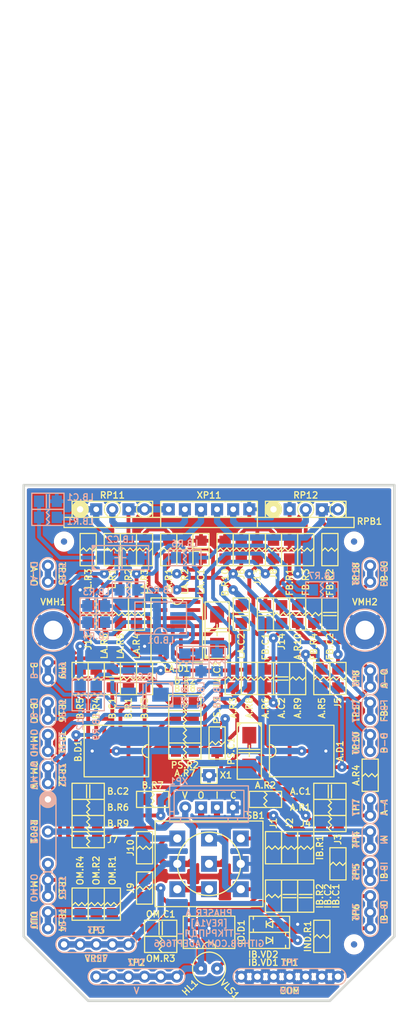
<source format=kicad_pcb>
(kicad_pcb (version 20171130) (host pcbnew 5.1.12-84ad8e8a86~92~ubuntu20.04.1)
  (title_block (title "Phaser A") (date 2023-04-06) (rev 1A) (company "Igor Ivanov") (comment 1 https://github.com/Adept666) (comment 2 "This project is licensed under GNU General Public License v3.0 or later"))
  (layers (0 F.Cu signal) (31 B.Cu signal) (36 B.SilkS user) (37 F.SilkS user) (38 B.Mask user) (39 F.Mask user) (44 Edge.Cuts user))
  (net 0 "")
  (net 1 COM)
  (net 2 "Net-(HL1-PadC)")
  (net 3 /LED)
  (net 4 V)
  (net 5 "Net-(SB1-PadNC1)")
  (net 6 "Net-(A.C1-Pad2)")
  (net 7 /A-IN)
  (net 8 "Net-(A.C2-Pad2)")
  (net 9 "Net-(A.C2-Pad1)")
  (net 10 "Net-(A.D1-Pad1)")
  (net 11 "Net-(A.D1-Pad2)")
  (net 12 VREF)
  (net 13 "Net-(A.D1-Pad4)")
  (net 14 /FB)
  (net 15 "Net-(A.D1-Pad15)")
  (net 16 "Net-(A.D1-Pad16)")
  (net 17 /A-OUT)
  (net 18 /LFO)
  (net 19 "Net-(B.C1-Pad2)")
  (net 20 /B-IN)
  (net 21 "Net-(B.C2-Pad2)")
  (net 22 "Net-(B.C2-Pad1)")
  (net 23 "Net-(B.D1-Pad1)")
  (net 24 "Net-(B.D1-Pad2)")
  (net 25 "Net-(B.D1-Pad4)")
  (net 26 "Net-(B.D1-Pad13)")
  (net 27 "Net-(B.D1-Pad15)")
  (net 28 "Net-(B.D1-Pad16)")
  (net 29 /B-OUT)
  (net 30 "Net-(FB.C1-Pad2)")
  (net 31 /FB-IN)
  (net 32 "Net-(FB.C2-Pad2)")
  (net 33 "Net-(FB.C2-Pad1)")
  (net 34 /FB-OUT)
  (net 35 "Net-(IB.C1-Pad1)")
  (net 36 "Net-(IB.C2-Pad2)")
  (net 37 /IB-IN)
  (net 38 "Net-(IO.D1-Pad7)")
  (net 39 "Net-(IO.D1-Pad6)")
  (net 40 /IB-OUT)
  (net 41 /CIR-IN)
  (net 42 /IN)
  (net 43 /DRY)
  (net 44 /WET)
  (net 45 /OM-INDRY)
  (net 46 /OM-INWET)
  (net 47 /CIR-OUT)
  (net 48 /OM-OUT)
  (net 49 /OUT)
  (net 50 /LFOA-OUT)
  (net 51 /LFOB-OUT)
  (net 52 "Net-(LA.D1-Pad1)")
  (net 53 "Net-(LA.D1-Pad2)")
  (net 54 "Net-(LA.D1-Pad13)")
  (net 55 "Net-(LA.D1-Pad15)")
  (net 56 "Net-(LB.C1-Pad2)")
  (net 57 "Net-(LB.C3-Pad2)")
  (net 58 "Net-(LB.C3-Pad1)")
  (net 59 "Net-(LB.D1-Pad5)")
  (net 60 "Net-(LB.D1-Pad3)")
  (net 61 "Net-(LA.C1-Pad1)")
  (net 62 "Net-(LA.C2-Pad2)")
  (net 63 "Net-(LA.D1-Pad5)")
  (net 64 /RP11-2)
  (net 65 /RP11-3)
  (net 66 /RP11-1)
  (module KCL-VIRTUAL:VFM-1.0-3.0-DL (layer F.Cu) (at 128.27 196.85)
    (fp_text reference VFM3 hide)
    (fp_text value 1.0 hide)
    (pad "" smd circle (at 0 0) (size 1 1) (layers B.Cu B.Mask) (clearance 1.1))
    (pad "" smd circle (at 0 0) (size 1 1) (layers F.Cu F.Mask) (clearance 1.1))
  )
  (module KCL-VIRTUAL:VFM-1.0-3.0-DL (layer F.Cu) (at 82.55 133.35)
    (fp_text reference VFM1 hide)
    (fp_text value 1.0 hide)
    (pad "" smd circle (at 0 0) (size 1 1) (layers B.Cu B.Mask) (clearance 1.1))
    (pad "" smd circle (at 0 0) (size 1 1) (layers F.Cu F.Mask) (clearance 1.1))
  )
  (module KCL-VIRTUAL:VFM-1.0-3.0-DL (layer F.Cu) (at 128.27 133.35)
    (fp_text reference VFM2 hide)
    (fp_text value 1.0 hide)
    (pad "" smd circle (at 0 0) (size 1 1) (layers B.Cu B.Mask) (clearance 1.1))
    (pad "" smd circle (at 0 0) (size 1 1) (layers F.Cu F.Mask) (clearance 1.1))
  )
  (module KCL-TH-ML:TP-2-1.0-1.9 (layer F.Cu) (at 80.01 160.02 270)
    (fp_text reference TP16 (at 0 -2.2225 270 unlocked) (layer F.SilkS) (effects (font (thickness 0.2))))
    (fp_text value LB-O (at 0 2.2225 270 unlocked) (layer F.SilkS) (effects (font (thickness 0.2))))
    (fp_text user %R (at 0 -2.2225 270 unlocked) (layer B.SilkS) (effects (font (thickness 0.2)) (justify mirror)))
    (fp_text user %V (at 0 2.2225 270 unlocked) (layer B.SilkS) (effects (font (thickness 0.2)) (justify mirror)))
    (pad 1 thru_hole circle (at -1.27 0 270) (size 1.9 1.9) (drill 1) (layers *.Cu *.Mask) (net 51 /LFOB-OUT))
    (pad 1 thru_hole circle (at 1.27 0 270) (size 1.9 1.9) (drill 1) (layers *.Cu *.Mask) (net 51 /LFOB-OUT))
  )
  (module KCL-SM:P-SOD-123 (layer F.Cu) (at 114.935 193.675 180)
    (fp_text reference IB.VD2 (at 3.4925 -4.7625 180) (layer F.SilkS) (effects (font (thickness 0.2)) (justify left)))
    (fp_text value 4148)
    (pad C smd rect (at 1.7 0 180) (size 1.6 0.8) (layers F.Cu F.Mask) (net 36 "Net-(IB.C2-Pad2)"))
    (pad A smd rect (at -1.7 0 180) (size 1.6 0.8) (layers F.Cu F.Mask) (net 1 COM))
  )
  (module KCL-SM:P-SOD-123 (layer F.Cu) (at 114.935 196.215)
    (fp_text reference IB.VD1 (at -3.4925 3.4925) (layer F.SilkS) (effects (font (thickness 0.2)) (justify left)))
    (fp_text value 4148)
    (pad C smd rect (at 1.7 0) (size 1.6 0.8) (layers F.Cu F.Mask) (net 4 V))
    (pad A smd rect (at -1.7 0) (size 1.6 0.8) (layers F.Cu F.Mask) (net 36 "Net-(IB.C2-Pad2)"))
  )
  (module KCL-SM:R-SM-1206 (layer F.Cu) (at 93.98 144.78 270)
    (fp_text reference LA.R4 (at 2.8575 0 270) (layer F.SilkS) (effects (font (thickness 0.2)) (justify right)))
    (fp_text value 103)
    (pad 2 smd rect (at 1.4 0 270) (size 1.6 1.8) (layers F.Cu F.Mask) (net 63 "Net-(LA.D1-Pad5)"))
    (pad 1 smd rect (at -1.4 0 270) (size 1.6 1.8) (layers F.Cu F.Mask) (net 61 "Net-(LA.C1-Pad1)"))
  )
  (module KCL-SM:R-SM-1206 (layer F.Cu) (at 118.11 134.62 270)
    (fp_text reference FB.R1 (at 2.8575 0 270) (layer F.SilkS) (effects (font (thickness 0.2)) (justify right)))
    (fp_text value X)
    (pad 2 smd rect (at 1.4 0 270) (size 1.6 1.8) (layers F.Cu F.Mask) (net 30 "Net-(FB.C1-Pad2)"))
    (pad 1 smd rect (at -1.4 0 270) (size 1.6 1.8) (layers F.Cu F.Mask) (net 1 COM))
  )
  (module KCL-SM:R-SM-1206 (layer F.Cu) (at 86.36 134.62 270)
    (fp_text reference L.R3 (at 2.8575 0 270) (layer F.SilkS) (effects (font (thickness 0.2)) (justify right)))
    (fp_text value 0)
    (pad 2 smd rect (at 1.4 0 270) (size 1.6 1.8) (layers F.Cu F.Mask) (net 66 /RP11-1))
    (pad 1 smd rect (at -1.4 0 270) (size 1.6 1.8) (layers F.Cu F.Mask) (net 64 /RP11-2))
  )
  (module KCL-SM:R-SM-1206 (layer F.Cu) (at 92.71 134.62 270)
    (fp_text reference L.R2 (at 2.8575 0 270) (layer F.SilkS) (effects (font (thickness 0.2)) (justify right)))
    (fp_text value X)
    (pad 2 smd rect (at 1.4 0 270) (size 1.6 1.8) (layers F.Cu F.Mask) (net 66 /RP11-1))
    (pad 1 smd rect (at -1.4 0 270) (size 1.6 1.8) (layers F.Cu F.Mask) (net 65 /RP11-3))
  )
  (module SBKCL-TH-ML:RP-EXTERNAL (layer F.Cu) (at 80.01 179.07 270)
    (fp_text reference RP01 (at 0 2.2225 270 unlocked) (layer F.SilkS) (effects (font (thickness 0.2))))
    (fp_text value X)
    (fp_text user %R (at 0 2.2225 270 unlocked) (layer B.SilkS) (effects (font (thickness 0.2)) (justify mirror)))
    (pad 3 thru_hole circle (at 5.08 0 270) (size 1.9 1.9) (drill 1) (layers *.Cu *.Mask) (net 48 /OM-OUT))
    (pad 1 thru_hole circle (at -5.08 0 270) (size 1.9 1.9) (drill 1) (layers *.Cu *.Mask) (net 1 COM))
    (pad 2 thru_hole circle (at 0 0 270) (size 1.9 1.9) (drill 1) (layers *.Cu *.Mask) (net 47 /CIR-OUT))
  )
  (module KCL-SM:R-SM-1206 (layer F.Cu) (at 88.9 144.78 90)
    (fp_text reference LA.R6 (at -2.8575 0 90) (layer F.SilkS) (effects (font (thickness 0.2)) (justify right)))
    (fp_text value 103)
    (pad 2 smd rect (at 1.4 0 90) (size 1.6 1.8) (layers F.Cu F.Mask) (net 50 /LFOA-OUT))
    (pad 1 smd rect (at -1.4 0 90) (size 1.6 1.8) (layers F.Cu F.Mask) (net 54 "Net-(LA.D1-Pad13)"))
  )
  (module KCL-SM:R-SM-1206 (layer F.Cu) (at 91.44 144.78 270)
    (fp_text reference LA.R5 (at 2.8575 0 270) (layer F.SilkS) (effects (font (thickness 0.2)) (justify right)))
    (fp_text value 472)
    (pad 2 smd rect (at 1.4 0 270) (size 1.6 1.8) (layers F.Cu F.Mask) (net 54 "Net-(LA.D1-Pad13)"))
    (pad 1 smd rect (at -1.4 0 270) (size 1.6 1.8) (layers F.Cu F.Mask) (net 66 /RP11-1))
  )
  (module KCL-SM:R-SM-1206 (layer F.Cu) (at 95.25 134.62 90)
    (fp_text reference LA.R3 (at -2.8575 0 90) (layer F.SilkS) (effects (font (thickness 0.2)) (justify right)))
    (fp_text value 274)
    (pad 2 smd rect (at 1.4 0 90) (size 1.6 1.8) (layers F.Cu F.Mask) (net 4 V))
    (pad 1 smd rect (at -1.4 0 90) (size 1.6 1.8) (layers F.Cu F.Mask) (net 52 "Net-(LA.D1-Pad1)"))
  )
  (module KCL-SM:R-SM-1206 (layer F.Cu) (at 101.6 134.62 270)
    (fp_text reference LA.R2 (at 2.8575 0 270) (layer F.SilkS) (effects (font (thickness 0.2)) (justify right)))
    (fp_text value 104)
    (pad 2 smd rect (at 1.4 0 270) (size 1.6 1.8) (layers F.Cu F.Mask) (net 61 "Net-(LA.C1-Pad1)"))
    (pad 1 smd rect (at -1.4 0 270) (size 1.6 1.8) (layers F.Cu F.Mask) (net 1 COM))
  )
  (module KCL-SM:R-SM-1206 (layer F.Cu) (at 99.06 134.62 90)
    (fp_text reference LA.R1 (at -2.8575 0 90) (layer F.SilkS) (effects (font (thickness 0.2)) (justify right)))
    (fp_text value 274)
    (pad 2 smd rect (at 1.4 0 90) (size 1.6 1.8) (layers F.Cu F.Mask) (net 4 V))
    (pad 1 smd rect (at -1.4 0 90) (size 1.6 1.8) (layers F.Cu F.Mask) (net 61 "Net-(LA.C1-Pad1)"))
  )
  (module KCL-SM:CP-CTSMD-C (layer F.Cu) (at 106.68 147.32 90)
    (fp_text reference LA.C3 (at -4.7625 0 90) (layer F.SilkS) (effects (font (thickness 0.2)) (justify right)))
    (fp_text value X)
    (pad - smd rect (at 2.5 0 90) (size 2.6 2.2) (layers F.Cu F.Mask) (net 62 "Net-(LA.C2-Pad2)"))
    (pad + smd rect (at -2.5 0 90) (size 2.6 2.2) (layers F.Cu F.Mask) (net 4 V))
  )
  (module KCL-SM:C-SM-1206 (layer F.Cu) (at 110.49 144.78 270)
    (fp_text reference LA.C2 (at 2.8575 0 270) (layer F.SilkS) (effects (font (thickness 0.2)) (justify right)))
    (fp_text value 335)
    (pad 2 smd rect (at 1.4 0 270) (size 1.6 1.8) (layers F.Cu F.Mask) (net 62 "Net-(LA.C2-Pad2)"))
    (pad 1 smd rect (at -1.4 0 270) (size 1.6 1.8) (layers F.Cu F.Mask) (net 4 V))
  )
  (module KCL-SM:C-SM-1206 (layer F.Cu) (at 104.14 134.62 90)
    (fp_text reference LA.C1 (at -2.8575 0 90) (layer F.SilkS) (effects (font (thickness 0.2)) (justify right)))
    (fp_text value 473)
    (pad 2 smd rect (at 1.4 0 90) (size 1.6 1.8) (layers F.Cu F.Mask) (net 1 COM))
    (pad 1 smd rect (at -1.4 0 90) (size 1.6 1.8) (layers F.Cu F.Mask) (net 61 "Net-(LA.C1-Pad1)"))
  )
  (module KCL-SM:R-SM-1206 (layer F.Cu) (at 90.17 134.62 90)
    (fp_text reference L.R1 (at -2.8575 0 90) (layer F.SilkS) (effects (font (thickness 0.2)) (justify right)))
    (fp_text value X)
    (pad 2 smd rect (at 1.4 0 90) (size 1.6 1.8) (layers F.Cu F.Mask) (net 64 /RP11-2))
    (pad 1 smd rect (at -1.4 0 90) (size 1.6 1.8) (layers F.Cu F.Mask) (net 65 /RP11-3))
  )
  (module KCL-SM:R-SM-1206 (layer F.Cu) (at 121.92 144.78 90)
    (fp_text reference FB.R4 (at -2.8575 0 90) (layer F.SilkS) (effects (font (thickness 0.2)) (justify right)))
    (fp_text value 273)
    (pad 2 smd rect (at 1.4 0 90) (size 1.6 1.8) (layers F.Cu F.Mask) (net 34 /FB-OUT))
    (pad 1 smd rect (at -1.4 0 90) (size 1.6 1.8) (layers F.Cu F.Mask) (net 32 "Net-(FB.C2-Pad2)"))
  )
  (module KCL-SM:R-SM-1206 (layer B.Cu) (at 101.6 135.89 180)
    (fp_text reference LB.R6 (at 0 2.2225 180) (layer B.SilkS) (effects (font (thickness 0.2)) (justify mirror)))
    (fp_text value X)
    (pad 1 smd rect (at -1.4 0 180) (size 1.6 1.8) (layers B.Cu B.Mask) (net 59 "Net-(LB.D1-Pad5)"))
    (pad 2 smd rect (at 1.4 0 180) (size 1.6 1.8) (layers B.Cu B.Mask) (net 4 V))
  )
  (module SBKCL-TH-ML:RPB-1590N1-18-2x17-OR-2x1x17-1.6-PNL-7.4-2.8 (layer F.Cu) (at 105.41 117.04)
    (fp_text reference RPB1 (at 23.1775 13.135) (layer F.SilkS) (effects (font (thickness 0.2)) (justify left)))
    (fp_text value C500K-C500K)
    (fp_text user XP11 (at 0 9.0075) (layer F.SilkS) (effects (font (thickness 0.2))))
    (fp_text user RP11 (at -15.24 9.0075) (layer F.SilkS) (effects (font (thickness 0.2))))
    (fp_text user RP12 (at 15.24 9.0075) (layer F.SilkS) (effects (font (thickness 0.2))))
    (pad NC4 thru_hole rect (at 17.78 11.23) (size 1.9 1.9) (drill 0.9) (layers *.Cu *.Mask) (net 30 "Net-(FB.C1-Pad2)"))
    (pad NC3 thru_hole rect (at 12.7 11.23) (size 1.9 1.9) (drill 0.9) (layers *.Cu *.Mask) (net 1 COM))
    (pad NC2 thru_hole rect (at -12.7 11.23) (size 1.9 1.9) (drill 0.9) (layers *.Cu *.Mask) (net 65 /RP11-3))
    (pad NC1 thru_hole rect (at -17.78 11.23) (size 1.9 1.9) (drill 0.9) (layers *.Cu *.Mask) (net 66 /RP11-1))
    (pad 23 thru_hole rect (at 1.27 11.23) (size 1.9 1.9) (drill 0.9) (layers *.Cu *.Mask) (net 30 "Net-(FB.C1-Pad2)"))
    (pad 13 thru_hole rect (at -6.35 11.23) (size 1.9 1.9) (drill 0.9) (layers *.Cu *.Mask) (net 65 /RP11-3))
    (pad 11 thru_hole rect (at -1.27 11.23) (size 1.9 1.9) (drill 0.9) (layers *.Cu *.Mask) (net 66 /RP11-1))
    (pad 12 thru_hole rect (at -3.81 11.23) (size 1.9 1.9) (drill 0.9) (layers *.Cu *.Mask) (net 64 /RP11-2))
    (pad 22 thru_hole rect (at 3.81 11.23) (size 1.9 1.9) (drill 0.9) (layers *.Cu *.Mask) (net 33 "Net-(FB.C2-Pad1)"))
    (pad 21 thru_hole rect (at 6.35 11.23) (size 1.9 1.9) (drill 0.9) (layers *.Cu *.Mask) (net 1 COM))
    (pad 13 thru_hole circle (at -10.16 11.23) (size 1.9 1.9) (drill 1) (layers *.Cu *.Mask) (net 65 /RP11-3))
    (pad 12 thru_hole circle (at -15.24 11.23) (size 1.9 1.9) (drill 1) (layers *.Cu *.Mask) (net 64 /RP11-2))
    (pad 11 thru_hole circle (at -20.32 11.23) (size 1.9 1.9) (drill 1) (layers *.Cu *.Mask) (net 66 /RP11-1))
    (pad 23 thru_hole circle (at 20.32 11.23) (size 1.9 1.9) (drill 1) (layers *.Cu *.Mask) (net 30 "Net-(FB.C1-Pad2)"))
    (pad 22 thru_hole circle (at 15.24 11.23) (size 1.9 1.9) (drill 1) (layers *.Cu *.Mask) (net 33 "Net-(FB.C2-Pad1)"))
    (pad 21 thru_hole circle (at 10.16 11.23) (size 1.9 1.9) (drill 1) (layers *.Cu *.Mask) (net 1 COM))
  )
  (module KCL-TH-ML:VMH-STA-DA5-PNL-3.0 (layer F.Cu) (at 80.84 147.32)
    (fp_text reference VMH1 (at 0 -4.445) (layer F.SilkS) (effects (font (thickness 0.2))))
    (fp_text value DI5M3x18)
    (pad 0 thru_hole circle (at 0 0) (size 6 6) (drill 3) (layers *.Cu *.Mask) (net 1 COM))
  )
  (module KCL-TH-ML:VMH-STA-DA5-PNL-3.0 (layer F.Cu) (at 129.98 147.32)
    (fp_text reference VMH2 (at 0 -4.445) (layer F.SilkS) (effects (font (thickness 0.2))))
    (fp_text value DI5M3x18)
    (pad 0 thru_hole circle (at 0 0) (size 6 6) (drill 3) (layers *.Cu *.Mask) (net 1 COM))
  )
  (module KCL-TH-ML:TP-2-1.0-1.9 (layer F.Cu) (at 130.81 138.43 90)
    (fp_text reference TP18 (at 0 -2.2225 90 unlocked) (layer F.SilkS) (effects (font (thickness 0.2))))
    (fp_text value FB-O (at 0 2.2225 90 unlocked) (layer F.SilkS) (effects (font (thickness 0.2))))
    (fp_text user %R (at 0 -2.2225 90 unlocked) (layer B.SilkS) (effects (font (thickness 0.2)) (justify mirror)))
    (fp_text user %V (at 0 2.2225 90 unlocked) (layer B.SilkS) (effects (font (thickness 0.2)) (justify mirror)))
    (pad 1 thru_hole circle (at -1.27 0 90) (size 1.9 1.9) (drill 1) (layers *.Cu *.Mask) (net 34 /FB-OUT))
    (pad 1 thru_hole circle (at 1.27 0 90) (size 1.9 1.9) (drill 1) (layers *.Cu *.Mask) (net 34 /FB-OUT))
  )
  (module KCL-TH-ML:TP-2-1.0-1.9 (layer F.Cu) (at 130.81 160.02 90)
    (fp_text reference TP17 (at 0 -2.2225 90 unlocked) (layer F.SilkS) (effects (font (thickness 0.2))))
    (fp_text value FB-I (at 0 2.2225 90 unlocked) (layer F.SilkS) (effects (font (thickness 0.2))))
    (fp_text user %R (at 0 -2.2225 90 unlocked) (layer B.SilkS) (effects (font (thickness 0.2)) (justify mirror)))
    (fp_text user %V (at 0 2.2225 90 unlocked) (layer B.SilkS) (effects (font (thickness 0.2)) (justify mirror)))
    (pad 1 thru_hole circle (at -1.27 0 90) (size 1.9 1.9) (drill 1) (layers *.Cu *.Mask) (net 31 /FB-IN))
    (pad 1 thru_hole circle (at 1.27 0 90) (size 1.9 1.9) (drill 1) (layers *.Cu *.Mask) (net 31 /FB-IN))
  )
  (module KCL-TH-ML:TP-2-1.0-1.9 (layer F.Cu) (at 80.01 138.43 270)
    (fp_text reference TP15 (at 0 -2.2225 270 unlocked) (layer F.SilkS) (effects (font (thickness 0.2))))
    (fp_text value LA-O (at 0 2.2225 270 unlocked) (layer F.SilkS) (effects (font (thickness 0.2))))
    (fp_text user %R (at 0 -2.2225 270 unlocked) (layer B.SilkS) (effects (font (thickness 0.2)) (justify mirror)))
    (fp_text user %V (at 0 2.2225 270 unlocked) (layer B.SilkS) (effects (font (thickness 0.2)) (justify mirror)))
    (pad 1 thru_hole circle (at -1.27 0 270) (size 1.9 1.9) (drill 1) (layers *.Cu *.Mask) (net 50 /LFOA-OUT))
    (pad 1 thru_hole circle (at 1.27 0 270) (size 1.9 1.9) (drill 1) (layers *.Cu *.Mask) (net 50 /LFOA-OUT))
  )
  (module KCL-TH-ML:TP-2-1.0-1.9 (layer F.Cu) (at 80.01 193.04 270)
    (fp_text reference TP14 (at 0 -2.2225 270 unlocked) (layer F.SilkS) (effects (font (thickness 0.2))))
    (fp_text value OUT (at 0 2.2225 270 unlocked) (layer F.SilkS) (effects (font (thickness 0.2))))
    (fp_text user %R (at 0 -2.2225 270 unlocked) (layer B.SilkS) (effects (font (thickness 0.2)) (justify mirror)))
    (fp_text user %V (at 0 2.2225 270 unlocked) (layer B.SilkS) (effects (font (thickness 0.2)) (justify mirror)))
    (pad 1 thru_hole circle (at -1.27 0 270) (size 1.9 1.9) (drill 1) (layers *.Cu *.Mask) (net 49 /OUT))
    (pad 1 thru_hole circle (at 1.27 0 270) (size 1.9 1.9) (drill 1) (layers *.Cu *.Mask) (net 49 /OUT))
  )
  (module KCL-TH-ML:TP-2-1.0-1.9 (layer F.Cu) (at 80.01 187.96 270)
    (fp_text reference TP13 (at 0 -2.2225 270 unlocked) (layer F.SilkS) (effects (font (thickness 0.2))))
    (fp_text value OM-O (at 0 2.2225 270 unlocked) (layer F.SilkS) (effects (font (thickness 0.2))))
    (fp_text user %R (at 0 -2.2225 270 unlocked) (layer B.SilkS) (effects (font (thickness 0.2)) (justify mirror)))
    (fp_text user %V (at 0 2.2225 270 unlocked) (layer B.SilkS) (effects (font (thickness 0.2)) (justify mirror)))
    (pad 1 thru_hole circle (at -1.27 0 270) (size 1.9 1.9) (drill 1) (layers *.Cu *.Mask) (net 48 /OM-OUT))
    (pad 1 thru_hole circle (at 1.27 0 270) (size 1.9 1.9) (drill 1) (layers *.Cu *.Mask) (net 48 /OM-OUT))
  )
  (module KCL-TH-ML:TP-2-1.0-1.9 (layer F.Cu) (at 80.01 170.18 270)
    (fp_text reference TP12 (at 0 -2.2225 270 unlocked) (layer F.SilkS) (effects (font (thickness 0.2))))
    (fp_text value OM-W (at 0 2.2225 270 unlocked) (layer F.SilkS) (effects (font (thickness 0.2))))
    (fp_text user %R (at 0 -2.2225 270 unlocked) (layer B.SilkS) (effects (font (thickness 0.2)) (justify mirror)))
    (fp_text user %V (at 0 2.2225 270 unlocked) (layer B.SilkS) (effects (font (thickness 0.2)) (justify mirror)))
    (pad 1 thru_hole circle (at -1.27 0 270) (size 1.9 1.9) (drill 1) (layers *.Cu *.Mask) (net 46 /OM-INWET))
    (pad 1 thru_hole circle (at 1.27 0 270) (size 1.9 1.9) (drill 1) (layers *.Cu *.Mask) (net 46 /OM-INWET))
  )
  (module KCL-TH-ML:TP-2-1.0-1.9 (layer F.Cu) (at 80.01 165.1 270)
    (fp_text reference TP11 (at 0 -2.2225 270 unlocked) (layer F.SilkS) (effects (font (thickness 0.2))))
    (fp_text value OM-D (at 0 2.2225 270 unlocked) (layer F.SilkS) (effects (font (thickness 0.2))))
    (fp_text user %R (at 0 -2.2225 270 unlocked) (layer B.SilkS) (effects (font (thickness 0.2)) (justify mirror)))
    (fp_text user %V (at 0 2.2225 270 unlocked) (layer B.SilkS) (effects (font (thickness 0.2)) (justify mirror)))
    (pad 1 thru_hole circle (at -1.27 0 270) (size 1.9 1.9) (drill 1) (layers *.Cu *.Mask) (net 45 /OM-INDRY))
    (pad 1 thru_hole circle (at 1.27 0 270) (size 1.9 1.9) (drill 1) (layers *.Cu *.Mask) (net 45 /OM-INDRY))
  )
  (module KCL-TH-ML:TP-2-1.0-1.9 (layer F.Cu) (at 130.81 165.1 90)
    (fp_text reference TP10 (at 0 -2.2225 90 unlocked) (layer F.SilkS) (effects (font (thickness 0.2))))
    (fp_text value B-O (at 0 2.2225 90 unlocked) (layer F.SilkS) (effects (font (thickness 0.2))))
    (fp_text user %V (at 0 2.2225 90 unlocked) (layer B.SilkS) (effects (font (thickness 0.2)) (justify mirror)))
    (fp_text user %R (at 0 -2.2225 90 unlocked) (layer B.SilkS) (effects (font (thickness 0.2)) (justify mirror)))
    (pad 1 thru_hole circle (at 1.27 0 90) (size 1.9 1.9) (drill 1) (layers *.Cu *.Mask) (net 29 /B-OUT))
    (pad 1 thru_hole circle (at -1.27 0 90) (size 1.9 1.9) (drill 1) (layers *.Cu *.Mask) (net 29 /B-OUT))
  )
  (module KCL-TH-ML:TP-2-1.0-1.9 (layer F.Cu) (at 80.01 153.67 270)
    (fp_text reference TP9 (at 0 -2.2225 270 unlocked) (layer F.SilkS) (effects (font (thickness 0.2))))
    (fp_text value B-I (at 0 2.2225 270 unlocked) (layer F.SilkS) (effects (font (thickness 0.2))))
    (fp_text user %V (at 0 2.2225 270 unlocked) (layer B.SilkS) (effects (font (thickness 0.2)) (justify mirror)))
    (fp_text user %R (at 0 -2.2225 270 unlocked) (layer B.SilkS) (effects (font (thickness 0.2)) (justify mirror)))
    (pad 1 thru_hole circle (at 1.27 0 270) (size 1.9 1.9) (drill 1) (layers *.Cu *.Mask) (net 20 /B-IN))
    (pad 1 thru_hole circle (at -1.27 0 270) (size 1.9 1.9) (drill 1) (layers *.Cu *.Mask) (net 20 /B-IN))
  )
  (module KCL-TH-ML:TP-2-1.0-1.9 (layer F.Cu) (at 130.81 154.94 90)
    (fp_text reference TP8 (at 0 -2.2225 90 unlocked) (layer F.SilkS) (effects (font (thickness 0.2))))
    (fp_text value A-O (at 0 2.2225 90 unlocked) (layer F.SilkS) (effects (font (thickness 0.2))))
    (fp_text user %R (at 0 -2.2225 90 unlocked) (layer B.SilkS) (effects (font (thickness 0.2)) (justify mirror)))
    (fp_text user %V (at 0 2.2225 90 unlocked) (layer B.SilkS) (effects (font (thickness 0.2)) (justify mirror)))
    (pad 1 thru_hole circle (at -1.27 0 90) (size 1.9 1.9) (drill 1) (layers *.Cu *.Mask) (net 17 /A-OUT))
    (pad 1 thru_hole circle (at 1.27 0 90) (size 1.9 1.9) (drill 1) (layers *.Cu *.Mask) (net 17 /A-OUT))
  )
  (module KCL-TH-ML:TP-2-1.0-1.9 (layer F.Cu) (at 130.81 175.26 90)
    (fp_text reference TP7 (at 0 -2.2225 90 unlocked) (layer F.SilkS) (effects (font (thickness 0.2))))
    (fp_text value A-I (at 0 2.2225 90 unlocked) (layer F.SilkS) (effects (font (thickness 0.2))))
    (fp_text user %V (at 0 2.2225 90 unlocked) (layer B.SilkS) (effects (font (thickness 0.2)) (justify mirror)))
    (fp_text user %R (at 0 -2.2225 90 unlocked) (layer B.SilkS) (effects (font (thickness 0.2)) (justify mirror)))
    (pad 1 thru_hole circle (at 1.27 0 90) (size 1.9 1.9) (drill 1) (layers *.Cu *.Mask) (net 7 /A-IN))
    (pad 1 thru_hole circle (at -1.27 0 90) (size 1.9 1.9) (drill 1) (layers *.Cu *.Mask) (net 7 /A-IN))
  )
  (module KCL-TH-ML:TP-3-1.0-1.9 (layer F.Cu) (at 130.81 191.77 90)
    (fp_text reference TP6 (at 0 -2.2225 90 unlocked) (layer F.SilkS) (effects (font (thickness 0.2))))
    (fp_text value IB-O (at 0 2.2225 90 unlocked) (layer F.SilkS) (effects (font (thickness 0.2))))
    (fp_text user %V (at 0 2.2225 90 unlocked) (layer B.SilkS) (effects (font (thickness 0.2)) (justify mirror)))
    (fp_text user %R (at 0 -2.2225 90 unlocked) (layer B.SilkS) (effects (font (thickness 0.2)) (justify mirror)))
    (pad 1 thru_hole circle (at 2.54 0 90) (size 1.9 1.9) (drill 1) (layers *.Cu *.Mask) (net 40 /IB-OUT))
    (pad 1 thru_hole circle (at 0 0 90) (size 1.9 1.9) (drill 1) (layers *.Cu *.Mask) (net 40 /IB-OUT))
    (pad 1 thru_hole circle (at -2.54 0 90) (size 1.9 1.9) (drill 1) (layers *.Cu *.Mask) (net 40 /IB-OUT))
  )
  (module KCL-TH-ML:TP-2-1.0-1.9 (layer F.Cu) (at 130.81 185.42 90)
    (fp_text reference TP5 (at 0 -2.2225 90 unlocked) (layer F.SilkS) (effects (font (thickness 0.2))))
    (fp_text value IB-I (at 0 2.2225 90 unlocked) (layer F.SilkS) (effects (font (thickness 0.2))))
    (fp_text user %R (at 0 -2.2225 90 unlocked) (layer B.SilkS) (effects (font (thickness 0.2)) (justify mirror)))
    (fp_text user %V (at 0 2.2225 90 unlocked) (layer B.SilkS) (effects (font (thickness 0.2)) (justify mirror)))
    (pad 1 thru_hole circle (at -1.27 0 90) (size 1.9 1.9) (drill 1) (layers *.Cu *.Mask) (net 37 /IB-IN))
    (pad 1 thru_hole circle (at 1.27 0 90) (size 1.9 1.9) (drill 1) (layers *.Cu *.Mask) (net 37 /IB-IN))
  )
  (module KCL-TH-ML:TP-2-1.0-1.9 (layer F.Cu) (at 130.81 180.34 90)
    (fp_text reference TP4 (at 0 -2.2225 90 unlocked) (layer F.SilkS) (effects (font (thickness 0.2))))
    (fp_text value IN (at 0 2.2225 90 unlocked) (layer F.SilkS) (effects (font (thickness 0.2))))
    (fp_text user %R (at 0 -2.2225 90 unlocked) (layer B.SilkS) (effects (font (thickness 0.2)) (justify mirror)))
    (fp_text user %V (at 0 2.2225 90 unlocked) (layer B.SilkS) (effects (font (thickness 0.2)) (justify mirror)))
    (pad 1 thru_hole circle (at -1.27 0 90) (size 1.9 1.9) (drill 1) (layers *.Cu *.Mask) (net 42 /IN))
    (pad 1 thru_hole circle (at 1.27 0 90) (size 1.9 1.9) (drill 1) (layers *.Cu *.Mask) (net 42 /IN))
  )
  (module KCL-TH-ML:TP-5-1.0-1.9 (layer F.Cu) (at 87.63 196.85)
    (fp_text reference TP3 (at 0 -2.2225 unlocked) (layer F.SilkS) (effects (font (thickness 0.2))))
    (fp_text value VREF (at 0 2.2225 unlocked) (layer F.SilkS) (effects (font (thickness 0.2))))
    (fp_text user %V (at 0 2.2225 unlocked) (layer B.SilkS) (effects (font (thickness 0.2)) (justify mirror)))
    (fp_text user %R (at 0 -2.2225 unlocked) (layer B.SilkS) (effects (font (thickness 0.2)) (justify mirror)))
    (pad 1 thru_hole circle (at 5.08 0) (size 1.9 1.9) (drill 1) (layers *.Cu *.Mask) (net 12 VREF))
    (pad 1 thru_hole circle (at 2.54 0) (size 1.9 1.9) (drill 1) (layers *.Cu *.Mask) (net 12 VREF))
    (pad 1 thru_hole circle (at 0 0) (size 1.9 1.9) (drill 1) (layers *.Cu *.Mask) (net 12 VREF))
    (pad 1 thru_hole circle (at -2.54 0) (size 1.9 1.9) (drill 1) (layers *.Cu *.Mask) (net 12 VREF))
    (pad 1 thru_hole circle (at -5.08 0) (size 1.9 1.9) (drill 1) (layers *.Cu *.Mask) (net 12 VREF))
  )
  (module KCL-TH-ML:TP-6-1.0-1.9 (layer F.Cu) (at 93.98 201.93)
    (fp_text reference TP2 (at 0 -2.2225 unlocked) (layer F.SilkS) (effects (font (thickness 0.2))))
    (fp_text value V (at 0 2.2225 unlocked) (layer F.SilkS) (effects (font (thickness 0.2))))
    (fp_text user %V (at 0 2.2225 unlocked) (layer B.SilkS) (effects (font (thickness 0.2)) (justify mirror)))
    (fp_text user %R (at 0 -2.2225 unlocked) (layer B.SilkS) (effects (font (thickness 0.2)) (justify mirror)))
    (pad 1 thru_hole circle (at 6.35 0) (size 1.9 1.9) (drill 1) (layers *.Cu *.Mask) (net 4 V))
    (pad 1 thru_hole circle (at 3.81 0) (size 1.9 1.9) (drill 1) (layers *.Cu *.Mask) (net 4 V))
    (pad 1 thru_hole circle (at 1.27 0) (size 1.9 1.9) (drill 1) (layers *.Cu *.Mask) (net 4 V))
    (pad 1 thru_hole circle (at -1.27 0) (size 1.9 1.9) (drill 1) (layers *.Cu *.Mask) (net 4 V))
    (pad 1 thru_hole circle (at -3.81 0) (size 1.9 1.9) (drill 1) (layers *.Cu *.Mask) (net 4 V))
    (pad 1 thru_hole circle (at -6.35 0) (size 1.9 1.9) (drill 1) (layers *.Cu *.Mask) (net 4 V))
  )
  (module KCL-TH-ML:TP-7-1.0-1.9 (layer F.Cu) (at 118.11 201.93)
    (fp_text reference TP1 (at 0 -2.2225 unlocked) (layer F.SilkS) (effects (font (thickness 0.2))))
    (fp_text value COM (at 0 2.2225 unlocked) (layer F.SilkS) (effects (font (thickness 0.2))))
    (fp_text user %V (at 0 2.2225 unlocked) (layer B.SilkS) (effects (font (thickness 0.2)) (justify mirror)))
    (fp_text user %R (at 0 -2.2225 unlocked) (layer B.SilkS) (effects (font (thickness 0.2)) (justify mirror)))
    (pad 1 thru_hole circle (at 7.62 0) (size 1.9 1.9) (drill 1) (layers *.Cu *.Mask) (net 1 COM))
    (pad 1 thru_hole circle (at 5.08 0) (size 1.9 1.9) (drill 1) (layers *.Cu *.Mask) (net 1 COM))
    (pad 1 thru_hole circle (at 2.54 0) (size 1.9 1.9) (drill 1) (layers *.Cu *.Mask) (net 1 COM))
    (pad 1 thru_hole circle (at 0 0) (size 1.9 1.9) (drill 1) (layers *.Cu *.Mask) (net 1 COM))
    (pad 1 thru_hole circle (at -2.54 0) (size 1.9 1.9) (drill 1) (layers *.Cu *.Mask) (net 1 COM))
    (pad 1 thru_hole circle (at -5.08 0) (size 1.9 1.9) (drill 1) (layers *.Cu *.Mask) (net 1 COM))
    (pad 1 thru_hole circle (at -7.62 0) (size 1.9 1.9) (drill 1) (layers *.Cu *.Mask) (net 1 COM))
  )
  (module KCL-SM:R-SM-1206 (layer F.Cu) (at 101.6 163.83)
    (fp_text reference PS.R2 (at 0 4.7625) (layer F.SilkS) (effects (font (thickness 0.2))))
    (fp_text value 103)
    (pad 2 smd rect (at 1.4 0) (size 1.6 1.8) (layers F.Cu F.Mask) (net 12 VREF))
    (pad 1 smd rect (at -1.4 0) (size 1.6 1.8) (layers F.Cu F.Mask) (net 1 COM))
  )
  (module KCL-SM:R-SM-1206 (layer F.Cu) (at 106.68 165.1 90)
    (fp_text reference PS.R1 (at 2.8575 0 90) (layer F.SilkS) (effects (font (thickness 0.2)) (justify left)))
    (fp_text value 103)
    (pad 1 smd rect (at -1.4 0 90) (size 1.6 1.8) (layers F.Cu F.Mask) (net 12 VREF))
    (pad 2 smd rect (at 1.4 0 90) (size 1.6 1.8) (layers F.Cu F.Mask) (net 4 V))
  )
  (module KCL-SM:CP-CTSMD-C (layer F.Cu) (at 111.76 166.37 270)
    (fp_text reference PS.C1 (at 0 2.8575 270) (layer F.SilkS) (effects (font (thickness 0.2))))
    (fp_text value 106)
    (pad + smd rect (at -2.5 0 270) (size 2.6 2.2) (layers F.Cu F.Mask) (net 12 VREF))
    (pad - smd rect (at 2.5 0 270) (size 2.6 2.2) (layers F.Cu F.Mask) (net 1 COM))
  )
  (module KCL-SM:R-SM-1206 (layer F.Cu) (at 85.09 190.5 90)
    (fp_text reference OM.R4 (at 2.8575 0 90) (layer F.SilkS) (effects (font (thickness 0.2)) (justify left)))
    (fp_text value 154)
    (pad 2 smd rect (at 1.4 0 90) (size 1.6 1.8) (layers F.Cu F.Mask) (net 48 /OM-OUT))
    (pad 1 smd rect (at -1.4 0 90) (size 1.6 1.8) (layers F.Cu F.Mask) (net 1 COM))
  )
  (module KCL-SM:R-SM-1206 (layer F.Cu) (at 97.79 196.85)
    (fp_text reference OM.R3 (at 0 2.2225) (layer F.SilkS) (effects (font (thickness 0.2))))
    (fp_text value 153)
    (pad 2 smd rect (at 1.4 0) (size 1.6 1.8) (layers F.Cu F.Mask) (net 38 "Net-(IO.D1-Pad7)"))
    (pad 1 smd rect (at -1.4 0) (size 1.6 1.8) (layers F.Cu F.Mask) (net 39 "Net-(IO.D1-Pad6)"))
  )
  (module KCL-SM:R-SM-1206 (layer F.Cu) (at 87.63 190.5 270)
    (fp_text reference OM.R2 (at -2.8575 0 270) (layer F.SilkS) (effects (font (thickness 0.2)) (justify left)))
    (fp_text value 273)
    (pad 2 smd rect (at 1.4 0 270) (size 1.6 1.8) (layers F.Cu F.Mask) (net 39 "Net-(IO.D1-Pad6)"))
    (pad 1 smd rect (at -1.4 0 270) (size 1.6 1.8) (layers F.Cu F.Mask) (net 46 /OM-INWET))
  )
  (module KCL-SM:R-SM-1206 (layer F.Cu) (at 90.17 190.5 90)
    (fp_text reference OM.R1 (at 2.8575 0 90) (layer F.SilkS) (effects (font (thickness 0.2)) (justify left)))
    (fp_text value 273)
    (pad 2 smd rect (at 1.4 0 90) (size 1.6 1.8) (layers F.Cu F.Mask) (net 45 /OM-INDRY))
    (pad 1 smd rect (at -1.4 0 90) (size 1.6 1.8) (layers F.Cu F.Mask) (net 39 "Net-(IO.D1-Pad6)"))
  )
  (module KCL-SM:C-SM-1206 (layer F.Cu) (at 97.79 194.31 180)
    (fp_text reference OM.C1 (at 0 2.2225 180) (layer F.SilkS) (effects (font (thickness 0.2))))
    (fp_text value 105)
    (pad 2 smd rect (at 1.4 0 180) (size 1.6 1.8) (layers F.Cu F.Mask) (net 48 /OM-OUT))
    (pad 1 smd rect (at -1.4 0 180) (size 1.6 1.8) (layers F.Cu F.Mask) (net 38 "Net-(IO.D1-Pad7)"))
  )
  (module KCL-SM:R-SM-1206 (layer B.Cu) (at 87.63 157.48 270)
    (fp_text reference LB.R9 (at 2.8575 0 270) (layer B.SilkS) (effects (font (thickness 0.2)) (justify left mirror)))
    (fp_text value X)
    (pad 1 smd rect (at -1.4 0 270) (size 1.6 1.8) (layers B.Cu B.Mask) (net 57 "Net-(LB.C3-Pad2)"))
    (pad 2 smd rect (at 1.4 0 270) (size 1.6 1.8) (layers B.Cu B.Mask) (net 51 /LFOB-OUT))
  )
  (module KCL-SM:R-SM-1206 (layer B.Cu) (at 106.68 152.4 270)
    (fp_text reference LB.R8 (at 2.8575 0 270) (layer B.SilkS) (effects (font (thickness 0.2)) (justify left mirror)))
    (fp_text value X)
    (pad 2 smd rect (at 1.4 0 270) (size 1.6 1.8) (layers B.Cu B.Mask) (net 57 "Net-(LB.C3-Pad2)"))
    (pad 1 smd rect (at -1.4 0 270) (size 1.6 1.8) (layers B.Cu B.Mask) (net 58 "Net-(LB.C3-Pad1)"))
  )
  (module KCL-SM:R-SM-1206 (layer B.Cu) (at 123.19 140.97 180)
    (fp_text reference LB.R7 (at 0 2.2225 180) (layer B.SilkS) (effects (font (thickness 0.2)) (justify mirror)))
    (fp_text value X)
    (pad 1 smd rect (at -1.4 0 180) (size 1.6 1.8) (layers B.Cu B.Mask) (net 1 COM))
    (pad 2 smd rect (at 1.4 0 180) (size 1.6 1.8) (layers B.Cu B.Mask) (net 59 "Net-(LB.D1-Pad5)"))
  )
  (module KCL-SM:R-SM-1206 (layer B.Cu) (at 101.6 152.4 90)
    (fp_text reference LB.R5 (at -2.8575 0 90) (layer B.SilkS) (effects (font (thickness 0.2)) (justify left mirror)))
    (fp_text value X)
    (pad 2 smd rect (at 1.4 0 90) (size 1.6 1.8) (layers B.Cu B.Mask) (net 58 "Net-(LB.C3-Pad1)"))
    (pad 1 smd rect (at -1.4 0 90) (size 1.6 1.8) (layers B.Cu B.Mask) (net 65 /RP11-3))
  )
  (module KCL-SM:R-SM-1206 (layer B.Cu) (at 87.63 146.05 180)
    (fp_text reference LB.R4 (at 0 -2.2225 180) (layer B.SilkS) (effects (font (thickness 0.2)) (justify mirror)))
    (fp_text value X)
    (pad 2 smd rect (at 1.4 0 180) (size 1.6 1.8) (layers B.Cu B.Mask) (net 65 /RP11-3))
    (pad 1 smd rect (at -1.4 0 180) (size 1.6 1.8) (layers B.Cu B.Mask) (net 60 "Net-(LB.D1-Pad3)"))
  )
  (module KCL-SM:R-SM-1206 (layer B.Cu) (at 87.63 143.51)
    (fp_text reference LB.R3 (at 0 -2.2225) (layer B.SilkS) (effects (font (thickness 0.2)) (justify mirror)))
    (fp_text value X)
    (pad 2 smd rect (at 1.4 0) (size 1.6 1.8) (layers B.Cu B.Mask) (net 60 "Net-(LB.D1-Pad3)"))
    (pad 1 smd rect (at -1.4 0) (size 1.6 1.8) (layers B.Cu B.Mask) (net 1 COM))
  )
  (module KCL-SM:R-SM-1206 (layer B.Cu) (at 92.71 140.97 180)
    (fp_text reference LB.R2 (at -2.8575 0 180) (layer B.SilkS) (effects (font (thickness 0.2)) (justify right mirror)))
    (fp_text value X)
    (pad 1 smd rect (at -1.4 0 180) (size 1.6 1.8) (layers B.Cu B.Mask) (net 4 V))
    (pad 2 smd rect (at 1.4 0 180) (size 1.6 1.8) (layers B.Cu B.Mask) (net 60 "Net-(LB.D1-Pad3)"))
  )
  (module KCL-SM:R-SM-1206 (layer B.Cu) (at 80.01 129.54)
    (fp_text reference LB.R1 (at 2.8575 0.635) (layer B.SilkS) (effects (font (thickness 0.2)) (justify right mirror)))
    (fp_text value X)
    (pad 2 smd rect (at 1.4 0) (size 1.6 1.8) (layers B.Cu B.Mask) (net 66 /RP11-1))
    (pad 1 smd rect (at -1.4 0) (size 1.6 1.8) (layers B.Cu B.Mask) (net 56 "Net-(LB.C1-Pad2)"))
  )
  (module KCL-SM:P-SO-08 (layer B.Cu) (at 97.79 145.415)
    (fp_text reference LB.D1 (at 0 3.4925) (layer B.SilkS) (effects (font (thickness 0.2)) (justify mirror)))
    (fp_text value X)
    (pad 8 smd rect (at 2.6 1.905) (size 2.2 0.6) (layers B.Cu B.Mask) (net 4 V))
    (pad 7 smd rect (at 2.6 0.635) (size 2.2 0.6) (layers B.Cu B.Mask) (net 57 "Net-(LB.C3-Pad2)"))
    (pad 6 smd rect (at 2.6 -0.635) (size 2.2 0.6) (layers B.Cu B.Mask) (net 58 "Net-(LB.C3-Pad1)"))
    (pad 5 smd rect (at 2.6 -1.905) (size 2.2 0.6) (layers B.Cu B.Mask) (net 59 "Net-(LB.D1-Pad5)"))
    (pad 4 smd rect (at -2.6 -1.905) (size 2.2 0.6) (layers B.Cu B.Mask) (net 1 COM))
    (pad 3 smd rect (at -2.6 -0.635) (size 2.2 0.6) (layers B.Cu B.Mask) (net 60 "Net-(LB.D1-Pad3)"))
    (pad 2 smd rect (at -2.6 0.635) (size 2.2 0.6) (layers B.Cu B.Mask) (net 56 "Net-(LB.C1-Pad2)"))
    (pad 1 smd rect (at -2.6 1.905) (size 2.2 0.6) (layers B.Cu B.Mask) (net 65 /RP11-3))
  )
  (module KCL-SM:CP-CTSMD-C (layer B.Cu) (at 95.25 157.48 180)
    (fp_text reference LB.C4 (at 0 2.8575 180) (layer B.SilkS) (effects (font (thickness 0.2)) (justify mirror)))
    (fp_text value X)
    (pad - smd rect (at 2.5 0 180) (size 2.6 2.2) (layers B.Cu B.Mask) (net 57 "Net-(LB.C3-Pad2)"))
    (pad + smd rect (at -2.5 0 180) (size 2.6 2.2) (layers B.Cu B.Mask) (net 58 "Net-(LB.C3-Pad1)"))
  )
  (module KCL-SM:C-SM-1206 (layer B.Cu) (at 104.14 152.4 270)
    (fp_text reference LB.C3 (at 2.8575 0 270) (layer B.SilkS) (effects (font (thickness 0.2)) (justify left mirror)))
    (fp_text value X)
    (pad 2 smd rect (at 1.4 0 270) (size 1.6 1.8) (layers B.Cu B.Mask) (net 57 "Net-(LB.C3-Pad2)"))
    (pad 1 smd rect (at -1.4 0 270) (size 1.6 1.8) (layers B.Cu B.Mask) (net 58 "Net-(LB.C3-Pad1)"))
  )
  (module KCL-SM:CP-CTSMD-C (layer B.Cu) (at 91.44 135.89)
    (fp_text reference LB.C2 (at 0 -2.8575) (layer B.SilkS) (effects (font (thickness 0.2)) (justify mirror)))
    (fp_text value X)
    (pad + smd rect (at -2.5 0) (size 2.6 2.2) (layers B.Cu B.Mask) (net 56 "Net-(LB.C1-Pad2)"))
    (pad - smd rect (at 2.5 0) (size 2.6 2.2) (layers B.Cu B.Mask) (net 1 COM))
  )
  (module KCL-SM:C-SM-1206 (layer B.Cu) (at 80.01 127 180)
    (fp_text reference LB.C1 (at -2.8575 0.635 180) (layer B.SilkS) (effects (font (thickness 0.2)) (justify right mirror)))
    (fp_text value X)
    (pad 2 smd rect (at 1.4 0 180) (size 1.6 1.8) (layers B.Cu B.Mask) (net 56 "Net-(LB.C1-Pad2)"))
    (pad 1 smd rect (at -1.4 0 180) (size 1.6 1.8) (layers B.Cu B.Mask) (net 1 COM))
  )
  (module KCL-SM:P-SO-16 (layer F.Cu) (at 100.33 147.32)
    (fp_text reference LA.D1 (at 0 6.0325) (layer F.SilkS) (effects (font (thickness 0.2))))
    (fp_text value 13700)
    (pad 9 smd rect (at 2.6 4.445) (size 2.2 0.6) (layers F.Cu F.Mask) (net 54 "Net-(LA.D1-Pad13)"))
    (pad 10 smd rect (at 2.6 3.175) (size 2.2 0.6) (layers F.Cu F.Mask) (net 62 "Net-(LA.C2-Pad2)"))
    (pad 11 smd rect (at 2.6 1.905) (size 2.2 0.6) (layers F.Cu F.Mask) (net 4 V))
    (pad 12 smd rect (at 2.6 0.635) (size 2.2 0.6) (layers F.Cu F.Mask) (net 62 "Net-(LA.C2-Pad2)"))
    (pad 8 smd rect (at -2.6 4.445) (size 2.2 0.6) (layers F.Cu F.Mask) (net 63 "Net-(LA.D1-Pad5)"))
    (pad 7 smd rect (at -2.6 3.175) (size 2.2 0.6) (layers F.Cu F.Mask) (net 63 "Net-(LA.D1-Pad5)"))
    (pad 6 smd rect (at -2.6 1.905) (size 2.2 0.6) (layers F.Cu F.Mask) (net 1 COM))
    (pad 5 smd rect (at -2.6 0.635) (size 2.2 0.6) (layers F.Cu F.Mask) (net 63 "Net-(LA.D1-Pad5)"))
    (pad 16 smd rect (at 2.6 -4.445) (size 2.2 0.6) (layers F.Cu F.Mask) (net 65 /RP11-3))
    (pad 15 smd rect (at 2.6 -3.175) (size 2.2 0.6) (layers F.Cu F.Mask) (net 55 "Net-(LA.D1-Pad15)"))
    (pad 14 smd rect (at 2.6 -1.905) (size 2.2 0.6) (layers F.Cu F.Mask) (net 61 "Net-(LA.C1-Pad1)"))
    (pad 13 smd rect (at 2.6 -0.635) (size 2.2 0.6) (layers F.Cu F.Mask) (net 54 "Net-(LA.D1-Pad13)"))
    (pad 4 smd rect (at -2.6 -0.635) (size 2.2 0.6) (layers F.Cu F.Mask) (net 54 "Net-(LA.D1-Pad13)"))
    (pad 3 smd rect (at -2.6 -1.905) (size 2.2 0.6) (layers F.Cu F.Mask) (net 61 "Net-(LA.C1-Pad1)"))
    (pad 2 smd rect (at -2.6 -3.175) (size 2.2 0.6) (layers F.Cu F.Mask) (net 53 "Net-(LA.D1-Pad2)"))
    (pad 1 smd rect (at -2.6 -4.445) (size 2.2 0.6) (layers F.Cu F.Mask) (net 52 "Net-(LA.D1-Pad1)"))
  )
  (module KCL-SM:R-SM-1206 (layer F.Cu) (at 116.84 144.78 270)
    (fp_text reference J14 (at 2.8575 0 270) (layer F.SilkS) (effects (font (thickness 0.2)) (justify right)))
    (fp_text value 0)
    (pad 2 smd rect (at 1.4 0 270) (size 1.6 1.8) (layers F.Cu F.Mask) (net 14 /FB))
    (pad 1 smd rect (at -1.4 0 270) (size 1.6 1.8) (layers F.Cu F.Mask) (net 34 /FB-OUT))
  )
  (module KCL-SM:R-SM-1206 (layer F.Cu) (at 113.03 134.62 270)
    (fp_text reference J13 (at 2.8575 0 270) (layer F.SilkS) (effects (font (thickness 0.2)) (justify right)))
    (fp_text value 0)
    (pad 2 smd rect (at 1.4 0 270) (size 1.6 1.8) (layers F.Cu F.Mask) (net 31 /FB-IN))
    (pad 1 smd rect (at -1.4 0 270) (size 1.6 1.8) (layers F.Cu F.Mask) (net 44 /WET))
  )
  (module KCL-SM:R-SM-1206 (layer B.Cu) (at 85.09 157.48 90)
    (fp_text reference J12 (at -2.8575 0 90) (layer B.SilkS) (effects (font (thickness 0.2)) (justify left mirror)))
    (fp_text value X)
    (pad 1 smd rect (at -1.4 0 90) (size 1.6 1.8) (layers B.Cu B.Mask) (net 51 /LFOB-OUT))
    (pad 2 smd rect (at 1.4 0 90) (size 1.6 1.8) (layers B.Cu B.Mask) (net 18 /LFO))
  )
  (module KCL-SM:R-SM-1206 (layer F.Cu) (at 86.36 144.78 270)
    (fp_text reference J11 (at 2.8575 0 270) (layer F.SilkS) (effects (font (thickness 0.2)) (justify right)))
    (fp_text value 0)
    (pad 1 smd rect (at -1.4 0 270) (size 1.6 1.8) (layers F.Cu F.Mask) (net 50 /LFOA-OUT))
    (pad 2 smd rect (at 1.4 0 270) (size 1.6 1.8) (layers F.Cu F.Mask) (net 18 /LFO))
  )
  (module KCL-SM:R-SM-1206 (layer F.Cu) (at 95.25 181.61 270)
    (fp_text reference J10 (at 0 2.2225 270) (layer F.SilkS) (effects (font (thickness 0.2))))
    (fp_text value X)
    (pad 1 smd rect (at -1.4 0 270) (size 1.6 1.8) (layers F.Cu F.Mask) (net 47 /CIR-OUT))
    (pad 2 smd rect (at 1.4 0 270) (size 1.6 1.8) (layers F.Cu F.Mask) (net 49 /OUT))
  )
  (module KCL-SM:R-SM-1206 (layer F.Cu) (at 95.25 187.96 90)
    (fp_text reference J9 (at 0 -2.2225 90) (layer F.SilkS) (effects (font (thickness 0.2))))
    (fp_text value 0)
    (pad 2 smd rect (at 1.4 0 90) (size 1.6 1.8) (layers F.Cu F.Mask) (net 47 /CIR-OUT))
    (pad 1 smd rect (at -1.4 0 90) (size 1.6 1.8) (layers F.Cu F.Mask) (net 48 /OM-OUT))
  )
  (module KCL-SM:R-SM-1206 (layer F.Cu) (at 115.57 134.62 270)
    (fp_text reference J8 (at 2.8575 0 270) (layer F.SilkS) (effects (font (thickness 0.2)) (justify right)))
    (fp_text value 0)
    (pad 2 smd rect (at 1.4 0 270) (size 1.6 1.8) (layers F.Cu F.Mask) (net 46 /OM-INWET))
    (pad 1 smd rect (at -1.4 0 270) (size 1.6 1.8) (layers F.Cu F.Mask) (net 44 /WET))
  )
  (module KCL-SM:R-SM-1206 (layer F.Cu) (at 86.36 180.34 180)
    (fp_text reference J7 (at -2.8575 0 180) (layer F.SilkS) (effects (font (thickness 0.2)) (justify left)))
    (fp_text value 0)
    (pad 2 smd rect (at 1.4 0 180) (size 1.6 1.8) (layers F.Cu F.Mask) (net 45 /OM-INDRY))
    (pad 1 smd rect (at -1.4 0 180) (size 1.6 1.8) (layers F.Cu F.Mask) (net 43 /DRY))
  )
  (module KCL-SM:R-SM-1206 (layer F.Cu) (at 110.49 134.62 90)
    (fp_text reference J6 (at -2.8575 0 90) (layer F.SilkS) (effects (font (thickness 0.2)) (justify right)))
    (fp_text value 0)
    (pad 2 smd rect (at 1.4 0 90) (size 1.6 1.8) (layers F.Cu F.Mask) (net 44 /WET))
    (pad 1 smd rect (at -1.4 0 90) (size 1.6 1.8) (layers F.Cu F.Mask) (net 29 /B-OUT))
  )
  (module KCL-SM:R-SM-1206 (layer F.Cu) (at 125.73 154.94 90)
    (fp_text reference J5 (at -2.8575 0 90) (layer F.SilkS) (effects (font (thickness 0.2)) (justify right)))
    (fp_text value 0)
    (pad 2 smd rect (at 1.4 0 90) (size 1.6 1.8) (layers F.Cu F.Mask) (net 20 /B-IN))
    (pad 1 smd rect (at -1.4 0 90) (size 1.6 1.8) (layers F.Cu F.Mask) (net 17 /A-OUT))
  )
  (module KCL-SM:R-SM-1206 (layer F.Cu) (at 124.46 177.8)
    (fp_text reference J4 (at -2.8575 0) (layer F.SilkS) (effects (font (thickness 0.2)) (justify right)))
    (fp_text value 0)
    (pad 2 smd rect (at 1.4 0) (size 1.6 1.8) (layers F.Cu F.Mask) (net 7 /A-IN))
    (pad 1 smd rect (at -1.4 0) (size 1.6 1.8) (layers F.Cu F.Mask) (net 43 /DRY))
  )
  (module KCL-SM:R-SM-1206 (layer F.Cu) (at 125.73 184.15 90)
    (fp_text reference J3 (at 2.8575 0 90) (layer F.SilkS) (effects (font (thickness 0.2)) (justify left)))
    (fp_text value 0)
    (pad 2 smd rect (at 1.4 0 90) (size 1.6 1.8) (layers F.Cu F.Mask) (net 43 /DRY))
    (pad 1 smd rect (at -1.4 0 90) (size 1.6 1.8) (layers F.Cu F.Mask) (net 40 /IB-OUT))
  )
  (module KCL-SM:R-SM-1206 (layer F.Cu) (at 118.11 181.61 90)
    (fp_text reference J2 (at 2.8575 0 90) (layer F.SilkS) (effects (font (thickness 0.2)) (justify left)))
    (fp_text value 0)
    (pad 2 smd rect (at 1.4 0 90) (size 1.6 1.8) (layers F.Cu F.Mask) (net 37 /IB-IN))
    (pad 1 smd rect (at -1.4 0 90) (size 1.6 1.8) (layers F.Cu F.Mask) (net 41 /CIR-IN))
  )
  (module KCL-SM:R-SM-1206 (layer F.Cu) (at 115.57 181.61 270)
    (fp_text reference J1 (at -2.8575 0 270) (layer F.SilkS) (effects (font (thickness 0.2)) (justify left)))
    (fp_text value X)
    (pad 2 smd rect (at 1.4 0 270) (size 1.6 1.8) (layers F.Cu F.Mask) (net 41 /CIR-IN))
    (pad 1 smd rect (at -1.4 0 270) (size 1.6 1.8) (layers F.Cu F.Mask) (net 42 /IN))
  )
  (module KCL-SM:P-SO-08 (layer F.Cu) (at 105.41 194.945 180)
    (fp_text reference IO.D1 (at -5.08 0 270) (layer F.SilkS) (effects (font (thickness 0.2))))
    (fp_text value 4558)
    (pad 1 smd rect (at -2.6 -1.905 180) (size 2.2 0.6) (layers F.Cu F.Mask) (net 40 /IB-OUT))
    (pad 2 smd rect (at -2.6 -0.635 180) (size 2.2 0.6) (layers F.Cu F.Mask) (net 40 /IB-OUT))
    (pad 3 smd rect (at -2.6 0.635 180) (size 2.2 0.6) (layers F.Cu F.Mask) (net 36 "Net-(IB.C2-Pad2)"))
    (pad 4 smd rect (at -2.6 1.905 180) (size 2.2 0.6) (layers F.Cu F.Mask) (net 1 COM))
    (pad 5 smd rect (at 2.6 1.905 180) (size 2.2 0.6) (layers F.Cu F.Mask) (net 12 VREF))
    (pad 6 smd rect (at 2.6 0.635 180) (size 2.2 0.6) (layers F.Cu F.Mask) (net 39 "Net-(IO.D1-Pad6)"))
    (pad 7 smd rect (at 2.6 -0.635 180) (size 2.2 0.6) (layers F.Cu F.Mask) (net 38 "Net-(IO.D1-Pad7)"))
    (pad 8 smd rect (at 2.6 -1.905 180) (size 2.2 0.6) (layers F.Cu F.Mask) (net 4 V))
  )
  (module KCL-SM:R-SM-1206 (layer F.Cu) (at 123.19 195.58 270)
    (fp_text reference IND.R1 (at 0 2.2225 270) (layer F.SilkS) (effects (font (thickness 0.2))))
    (fp_text value 103)
    (pad 2 smd rect (at 1.4 0 270) (size 1.6 1.8) (layers F.Cu F.Mask) (net 2 "Net-(HL1-PadC)"))
    (pad 1 smd rect (at -1.4 0 270) (size 1.6 1.8) (layers F.Cu F.Mask) (net 3 /LED))
  )
  (module KCL-SM:R-SM-1206 (layer F.Cu) (at 115.57 189.23 270)
    (fp_text reference IB.R2 (at 0 -7.3025 270) (layer F.SilkS) (effects (font (thickness 0.2))))
    (fp_text value 474)
    (pad 1 smd rect (at -1.4 0 270) (size 1.6 1.8) (layers F.Cu F.Mask) (net 12 VREF))
    (pad 2 smd rect (at 1.4 0 270) (size 1.6 1.8) (layers F.Cu F.Mask) (net 36 "Net-(IB.C2-Pad2)"))
  )
  (module KCL-SM:R-SM-1206 (layer F.Cu) (at 120.65 181.61 270)
    (fp_text reference IB.R1 (at 0 -2.2225 270) (layer F.SilkS) (effects (font (thickness 0.2))))
    (fp_text value 102)
    (pad 2 smd rect (at 1.4 0 270) (size 1.6 1.8) (layers F.Cu F.Mask) (net 35 "Net-(IB.C1-Pad1)"))
    (pad 1 smd rect (at -1.4 0 270) (size 1.6 1.8) (layers F.Cu F.Mask) (net 37 /IB-IN))
  )
  (module KCL-SM:C-SM-1206 (layer F.Cu) (at 118.11 189.23 270)
    (fp_text reference IB.C2 (at 0 -6.0325 270) (layer F.SilkS) (effects (font (thickness 0.2))))
    (fp_text value 103)
    (pad 2 smd rect (at 1.4 0 270) (size 1.6 1.8) (layers F.Cu F.Mask) (net 36 "Net-(IB.C2-Pad2)"))
    (pad 1 smd rect (at -1.4 0 270) (size 1.6 1.8) (layers F.Cu F.Mask) (net 35 "Net-(IB.C1-Pad1)"))
  )
  (module KCL-SM:C-SM-1206 (layer F.Cu) (at 120.65 189.23 270)
    (fp_text reference IB.C1 (at 0 -4.7625 270) (layer F.SilkS) (effects (font (thickness 0.2))))
    (fp_text value 101)
    (pad 2 smd rect (at 1.4 0 270) (size 1.6 1.8) (layers F.Cu F.Mask) (net 1 COM))
    (pad 1 smd rect (at -1.4 0 270) (size 1.6 1.8) (layers F.Cu F.Mask) (net 35 "Net-(IB.C1-Pad1)"))
  )
  (module KCL-SM:R-SM-1206 (layer F.Cu) (at 120.65 134.62 90)
    (fp_text reference FB.R3 (at -2.8575 0 90) (layer F.SilkS) (effects (font (thickness 0.2)) (justify right)))
    (fp_text value X)
    (pad 1 smd rect (at -1.4 0 90) (size 1.6 1.8) (layers F.Cu F.Mask) (net 1 COM))
    (pad 2 smd rect (at 1.4 0 90) (size 1.6 1.8) (layers F.Cu F.Mask) (net 33 "Net-(FB.C2-Pad1)"))
  )
  (module KCL-SM:R-SM-1206 (layer F.Cu) (at 124.46 134.62 90)
    (fp_text reference FB.R2 (at -2.8575 0 90) (layer F.SilkS) (effects (font (thickness 0.2)) (justify right)))
    (fp_text value 273)
    (pad 2 smd rect (at 1.4 0 90) (size 1.6 1.8) (layers F.Cu F.Mask) (net 30 "Net-(FB.C1-Pad2)"))
    (pad 1 smd rect (at -1.4 0 90) (size 1.6 1.8) (layers F.Cu F.Mask) (net 33 "Net-(FB.C2-Pad1)"))
  )
  (module KCL-SM:C-SM-1206 (layer F.Cu) (at 124.46 144.78 270)
    (fp_text reference FB.C2 (at 2.8575 0 270) (layer F.SilkS) (effects (font (thickness 0.2)) (justify right)))
    (fp_text value 105)
    (pad 2 smd rect (at 1.4 0 270) (size 1.6 1.8) (layers F.Cu F.Mask) (net 32 "Net-(FB.C2-Pad2)"))
    (pad 1 smd rect (at -1.4 0 270) (size 1.6 1.8) (layers F.Cu F.Mask) (net 33 "Net-(FB.C2-Pad1)"))
  )
  (module KCL-SM:C-SM-1206 (layer F.Cu) (at 114.3 144.78 90)
    (fp_text reference FB.C1 (at -2.8575 0 90) (layer F.SilkS) (effects (font (thickness 0.2)) (justify right)))
    (fp_text value 105)
    (pad 2 smd rect (at 1.4 0 90) (size 1.6 1.8) (layers F.Cu F.Mask) (net 30 "Net-(FB.C1-Pad2)"))
    (pad 1 smd rect (at -1.4 0 90) (size 1.6 1.8) (layers F.Cu F.Mask) (net 31 /FB-IN))
  )
  (module KCL-SM:R-SM-1206 (layer F.Cu) (at 107.95 134.62 90)
    (fp_text reference B.R10 (at -2.8575 0 90) (layer F.SilkS) (effects (font (thickness 0.2)) (justify right)))
    (fp_text value 103)
    (pad 2 smd rect (at 1.4 0 90) (size 1.6 1.8) (layers F.Cu F.Mask) (net 1 COM))
    (pad 1 smd rect (at -1.4 0 90) (size 1.6 1.8) (layers F.Cu F.Mask) (net 29 /B-OUT))
  )
  (module KCL-SM:R-SM-1206 (layer F.Cu) (at 86.36 177.8 180)
    (fp_text reference B.R9 (at -2.8575 0 180) (layer F.SilkS) (effects (font (thickness 0.2)) (justify left)))
    (fp_text value 273)
    (pad 2 smd rect (at 1.4 0 180) (size 1.6 1.8) (layers F.Cu F.Mask) (net 29 /B-OUT))
    (pad 1 smd rect (at -1.4 0 180) (size 1.6 1.8) (layers F.Cu F.Mask) (net 26 "Net-(B.D1-Pad13)"))
  )
  (module KCL-SM:R-SM-1206 (layer F.Cu) (at 101.6 161.29 180)
    (fp_text reference B.R8 (at 0 4.7625 180) (layer F.SilkS) (effects (font (thickness 0.2))))
    (fp_text value 0)
    (pad 2 smd rect (at 1.4 0 180) (size 1.6 1.8) (layers F.Cu F.Mask) (net 28 "Net-(B.D1-Pad16)"))
    (pad 1 smd rect (at -1.4 0 180) (size 1.6 1.8) (layers F.Cu F.Mask) (net 18 /LFO))
  )
  (module KCL-SM:R-SM-1206 (layer F.Cu) (at 96.52 173.99)
    (fp_text reference B.R7 (at 0 -2.2225) (layer F.SilkS) (effects (font (thickness 0.2))))
    (fp_text value 182)
    (pad 2 smd rect (at 1.4 0) (size 1.6 1.8) (layers F.Cu F.Mask) (net 12 VREF))
    (pad 1 smd rect (at -1.4 0) (size 1.6 1.8) (layers F.Cu F.Mask) (net 26 "Net-(B.D1-Pad13)"))
  )
  (module KCL-SM:R-SM-1206 (layer F.Cu) (at 86.36 175.26)
    (fp_text reference B.R6 (at 2.8575 0) (layer F.SilkS) (effects (font (thickness 0.2)) (justify left)))
    (fp_text value 273)
    (pad 2 smd rect (at 1.4 0) (size 1.6 1.8) (layers F.Cu F.Mask) (net 26 "Net-(B.D1-Pad13)"))
    (pad 1 smd rect (at -1.4 0) (size 1.6 1.8) (layers F.Cu F.Mask) (net 22 "Net-(B.C2-Pad1)"))
  )
  (module KCL-SM:R-SM-1206 (layer F.Cu) (at 85.09 154.94 90)
    (fp_text reference B.R5 (at -2.8575 0 90) (layer F.SilkS) (effects (font (thickness 0.2)) (justify right)))
    (fp_text value 103)
    (pad 2 smd rect (at 1.4 0 90) (size 1.6 1.8) (layers F.Cu F.Mask) (net 1 COM))
    (pad 1 smd rect (at -1.4 0 90) (size 1.6 1.8) (layers F.Cu F.Mask) (net 22 "Net-(B.C2-Pad1)"))
  )
  (module KCL-SM:R-SM-1206 (layer F.Cu) (at 87.63 154.94 270)
    (fp_text reference B.R4 (at 2.8575 0 270) (layer F.SilkS) (effects (font (thickness 0.2)) (justify right)))
    (fp_text value 273)
    (pad 2 smd rect (at 1.4 0 270) (size 1.6 1.8) (layers F.Cu F.Mask) (net 22 "Net-(B.C2-Pad1)"))
    (pad 1 smd rect (at -1.4 0 270) (size 1.6 1.8) (layers F.Cu F.Mask) (net 25 "Net-(B.D1-Pad4)"))
  )
  (module KCL-SM:R-SM-1206 (layer F.Cu) (at 95.25 154.94 270)
    (fp_text reference B.R3 (at 2.8575 0 270) (layer F.SilkS) (effects (font (thickness 0.2)) (justify right)))
    (fp_text value 0)
    (pad 2 smd rect (at 1.4 0 270) (size 1.6 1.8) (layers F.Cu F.Mask) (net 23 "Net-(B.D1-Pad1)"))
    (pad 1 smd rect (at -1.4 0 270) (size 1.6 1.8) (layers F.Cu F.Mask) (net 18 /LFO))
  )
  (module KCL-SM:R-SM-1206 (layer F.Cu) (at 101.6 158.75)
    (fp_text reference B.R2 (at 0 -3.4925) (layer F.SilkS) (effects (font (thickness 0.2))))
    (fp_text value 182)
    (pad 1 smd rect (at -1.4 0) (size 1.6 1.8) (layers F.Cu F.Mask) (net 25 "Net-(B.D1-Pad4)"))
    (pad 2 smd rect (at 1.4 0) (size 1.6 1.8) (layers F.Cu F.Mask) (net 12 VREF))
  )
  (module KCL-SM:R-SM-1206 (layer F.Cu) (at 92.71 154.94 270)
    (fp_text reference B.R1 (at 2.8575 0 270) (layer F.SilkS) (effects (font (thickness 0.2)) (justify right)))
    (fp_text value 273)
    (pad 2 smd rect (at 1.4 0 270) (size 1.6 1.8) (layers F.Cu F.Mask) (net 25 "Net-(B.D1-Pad4)"))
    (pad 1 smd rect (at -1.4 0 270) (size 1.6 1.8) (layers F.Cu F.Mask) (net 20 /B-IN))
  )
  (module KCL-SM:P-SO-16 (layer F.Cu) (at 90.805 166.37 270)
    (fp_text reference B.D1 (at 0 6.0325 270) (layer F.SilkS) (effects (font (thickness 0.2))))
    (fp_text value 13700)
    (pad 9 smd rect (at 2.6 4.445 270) (size 2.2 0.6) (layers F.Cu F.Mask) (net 29 /B-OUT))
    (pad 10 smd rect (at 2.6 3.175 270) (size 2.2 0.6) (layers F.Cu F.Mask) (net 21 "Net-(B.C2-Pad2)"))
    (pad 11 smd rect (at 2.6 1.905 270) (size 2.2 0.6) (layers F.Cu F.Mask) (net 4 V))
    (pad 12 smd rect (at 2.6 0.635 270) (size 2.2 0.6) (layers F.Cu F.Mask) (net 21 "Net-(B.C2-Pad2)"))
    (pad 8 smd rect (at -2.6 4.445 270) (size 2.2 0.6) (layers F.Cu F.Mask) (net 22 "Net-(B.C2-Pad1)"))
    (pad 7 smd rect (at -2.6 3.175 270) (size 2.2 0.6) (layers F.Cu F.Mask) (net 19 "Net-(B.C1-Pad2)"))
    (pad 6 smd rect (at -2.6 1.905 270) (size 2.2 0.6) (layers F.Cu F.Mask) (net 1 COM))
    (pad 5 smd rect (at -2.6 0.635 270) (size 2.2 0.6) (layers F.Cu F.Mask) (net 19 "Net-(B.C1-Pad2)"))
    (pad 16 smd rect (at 2.6 -4.445 270) (size 2.2 0.6) (layers F.Cu F.Mask) (net 28 "Net-(B.D1-Pad16)"))
    (pad 15 smd rect (at 2.6 -3.175 270) (size 2.2 0.6) (layers F.Cu F.Mask) (net 27 "Net-(B.D1-Pad15)"))
    (pad 14 smd rect (at 2.6 -1.905 270) (size 2.2 0.6) (layers F.Cu F.Mask) (net 12 VREF))
    (pad 13 smd rect (at 2.6 -0.635 270) (size 2.2 0.6) (layers F.Cu F.Mask) (net 26 "Net-(B.D1-Pad13)"))
    (pad 4 smd rect (at -2.6 -0.635 270) (size 2.2 0.6) (layers F.Cu F.Mask) (net 25 "Net-(B.D1-Pad4)"))
    (pad 3 smd rect (at -2.6 -1.905 270) (size 2.2 0.6) (layers F.Cu F.Mask) (net 12 VREF))
    (pad 2 smd rect (at -2.6 -3.175 270) (size 2.2 0.6) (layers F.Cu F.Mask) (net 24 "Net-(B.D1-Pad2)"))
    (pad 1 smd rect (at -2.6 -4.445 270) (size 2.2 0.6) (layers F.Cu F.Mask) (net 23 "Net-(B.D1-Pad1)"))
  )
  (module KCL-SM:C-SM-1206 (layer F.Cu) (at 86.36 172.72)
    (fp_text reference B.C2 (at 2.8575 0) (layer F.SilkS) (effects (font (thickness 0.2)) (justify left)))
    (fp_text value 332)
    (pad 2 smd rect (at 1.4 0) (size 1.6 1.8) (layers F.Cu F.Mask) (net 21 "Net-(B.C2-Pad2)"))
    (pad 1 smd rect (at -1.4 0) (size 1.6 1.8) (layers F.Cu F.Mask) (net 22 "Net-(B.C2-Pad1)"))
  )
  (module KCL-SM:C-SM-1206 (layer F.Cu) (at 90.17 154.94 270)
    (fp_text reference B.C1 (at 2.8575 0 270) (layer F.SilkS) (effects (font (thickness 0.2)) (justify right)))
    (fp_text value 332)
    (pad 2 smd rect (at 1.4 0 270) (size 1.6 1.8) (layers F.Cu F.Mask) (net 19 "Net-(B.C1-Pad2)"))
    (pad 1 smd rect (at -1.4 0 270) (size 1.6 1.8) (layers F.Cu F.Mask) (net 20 /B-IN))
  )
  (module KCL-SM:R-SM-1206 (layer F.Cu) (at 119.38 144.78 90)
    (fp_text reference A.R10 (at -2.8575 0 90) (layer F.SilkS) (effects (font (thickness 0.2)) (justify right)))
    (fp_text value 103)
    (pad 1 smd rect (at -1.4 0 90) (size 1.6 1.8) (layers F.Cu F.Mask) (net 17 /A-OUT))
    (pad 2 smd rect (at 1.4 0 90) (size 1.6 1.8) (layers F.Cu F.Mask) (net 1 COM))
  )
  (module KCL-SM:R-SM-1206 (layer F.Cu) (at 119.38 154.94 270)
    (fp_text reference A.R9 (at 2.8575 0 270) (layer F.SilkS) (effects (font (thickness 0.2)) (justify right)))
    (fp_text value 273)
    (pad 1 smd rect (at -1.4 0 270) (size 1.6 1.8) (layers F.Cu F.Mask) (net 14 /FB))
    (pad 2 smd rect (at 1.4 0 270) (size 1.6 1.8) (layers F.Cu F.Mask) (net 17 /A-OUT))
  )
  (module KCL-SM:R-SM-1206 (layer F.Cu) (at 111.76 154.94 270)
    (fp_text reference A.R8 (at 2.8575 0 270) (layer F.SilkS) (effects (font (thickness 0.2)) (justify right)))
    (fp_text value 0)
    (pad 2 smd rect (at 1.4 0 270) (size 1.6 1.8) (layers F.Cu F.Mask) (net 16 "Net-(A.D1-Pad16)"))
    (pad 1 smd rect (at -1.4 0 270) (size 1.6 1.8) (layers F.Cu F.Mask) (net 18 /LFO))
  )
  (module KCL-SM:R-SM-1206 (layer F.Cu) (at 101.6 166.37 180)
    (fp_text reference A.R7 (at 0 -3.4925 180) (layer F.SilkS) (effects (font (thickness 0.2))))
    (fp_text value 182)
    (pad 2 smd rect (at 1.4 0 180) (size 1.6 1.8) (layers F.Cu F.Mask) (net 12 VREF))
    (pad 1 smd rect (at -1.4 0 180) (size 1.6 1.8) (layers F.Cu F.Mask) (net 14 /FB))
  )
  (module KCL-SM:R-SM-1206 (layer F.Cu) (at 114.3 154.94 270)
    (fp_text reference A.R6 (at 2.8575 0 270) (layer F.SilkS) (effects (font (thickness 0.2)) (justify right)))
    (fp_text value 273)
    (pad 2 smd rect (at 1.4 0 270) (size 1.6 1.8) (layers F.Cu F.Mask) (net 14 /FB))
    (pad 1 smd rect (at -1.4 0 270) (size 1.6 1.8) (layers F.Cu F.Mask) (net 9 "Net-(A.C2-Pad1)"))
  )
  (module KCL-SM:R-SM-1206 (layer F.Cu) (at 123.19 154.94 270)
    (fp_text reference A.R5 (at 2.8575 0 270) (layer F.SilkS) (effects (font (thickness 0.2)) (justify right)))
    (fp_text value 103)
    (pad 1 smd rect (at -1.4 0 270) (size 1.6 1.8) (layers F.Cu F.Mask) (net 9 "Net-(A.C2-Pad1)"))
    (pad 2 smd rect (at 1.4 0 270) (size 1.6 1.8) (layers F.Cu F.Mask) (net 1 COM))
  )
  (module KCL-SM:R-SM-1206 (layer F.Cu) (at 130.81 170.18 90)
    (fp_text reference A.R4 (at 0 -2.2225 90) (layer F.SilkS) (effects (font (thickness 0.2))))
    (fp_text value 273)
    (pad 2 smd rect (at 1.4 0 90) (size 1.6 1.8) (layers F.Cu F.Mask) (net 9 "Net-(A.C2-Pad1)"))
    (pad 1 smd rect (at -1.4 0 90) (size 1.6 1.8) (layers F.Cu F.Mask) (net 13 "Net-(A.D1-Pad4)"))
  )
  (module KCL-SM:R-SM-1206 (layer F.Cu) (at 109.22 154.94 270)
    (fp_text reference A.R3 (at 2.8575 0 270) (layer F.SilkS) (effects (font (thickness 0.2)) (justify right)))
    (fp_text value 0)
    (pad 2 smd rect (at 1.4 0 270) (size 1.6 1.8) (layers F.Cu F.Mask) (net 10 "Net-(A.D1-Pad1)"))
    (pad 1 smd rect (at -1.4 0 270) (size 1.6 1.8) (layers F.Cu F.Mask) (net 18 /LFO))
  )
  (module KCL-SM:R-SM-1206 (layer F.Cu) (at 114.3 173.99 180)
    (fp_text reference A.R2 (at 0 2.2225) (layer F.SilkS) (effects (font (thickness 0.2))))
    (fp_text value 182)
    (pad 2 smd rect (at 1.4 0 180) (size 1.6 1.8) (layers F.Cu F.Mask) (net 12 VREF))
    (pad 1 smd rect (at -1.4 0 180) (size 1.6 1.8) (layers F.Cu F.Mask) (net 13 "Net-(A.D1-Pad4)"))
  )
  (module KCL-SM:R-SM-1206 (layer F.Cu) (at 124.46 175.26 180)
    (fp_text reference A.R1 (at 2.8575 0 180) (layer F.SilkS) (effects (font (thickness 0.2)) (justify right)))
    (fp_text value 273)
    (pad 2 smd rect (at 1.4 0 180) (size 1.6 1.8) (layers F.Cu F.Mask) (net 13 "Net-(A.D1-Pad4)"))
    (pad 1 smd rect (at -1.4 0 180) (size 1.6 1.8) (layers F.Cu F.Mask) (net 7 /A-IN))
  )
  (module KCL-SM:P-SO-16 (layer F.Cu) (at 120.015 166.37 90)
    (fp_text reference A.D1 (at 0 6.0325 90) (layer F.SilkS) (effects (font (thickness 0.2))))
    (fp_text value 13700)
    (pad 1 smd rect (at -2.6 -4.445 90) (size 2.2 0.6) (layers F.Cu F.Mask) (net 10 "Net-(A.D1-Pad1)"))
    (pad 2 smd rect (at -2.6 -3.175 90) (size 2.2 0.6) (layers F.Cu F.Mask) (net 11 "Net-(A.D1-Pad2)"))
    (pad 3 smd rect (at -2.6 -1.905 90) (size 2.2 0.6) (layers F.Cu F.Mask) (net 12 VREF))
    (pad 4 smd rect (at -2.6 -0.635 90) (size 2.2 0.6) (layers F.Cu F.Mask) (net 13 "Net-(A.D1-Pad4)"))
    (pad 13 smd rect (at 2.6 -0.635 90) (size 2.2 0.6) (layers F.Cu F.Mask) (net 14 /FB))
    (pad 14 smd rect (at 2.6 -1.905 90) (size 2.2 0.6) (layers F.Cu F.Mask) (net 12 VREF))
    (pad 15 smd rect (at 2.6 -3.175 90) (size 2.2 0.6) (layers F.Cu F.Mask) (net 15 "Net-(A.D1-Pad15)"))
    (pad 16 smd rect (at 2.6 -4.445 90) (size 2.2 0.6) (layers F.Cu F.Mask) (net 16 "Net-(A.D1-Pad16)"))
    (pad 5 smd rect (at -2.6 0.635 90) (size 2.2 0.6) (layers F.Cu F.Mask) (net 6 "Net-(A.C1-Pad2)"))
    (pad 6 smd rect (at -2.6 1.905 90) (size 2.2 0.6) (layers F.Cu F.Mask) (net 1 COM))
    (pad 7 smd rect (at -2.6 3.175 90) (size 2.2 0.6) (layers F.Cu F.Mask) (net 6 "Net-(A.C1-Pad2)"))
    (pad 8 smd rect (at -2.6 4.445 90) (size 2.2 0.6) (layers F.Cu F.Mask) (net 9 "Net-(A.C2-Pad1)"))
    (pad 12 smd rect (at 2.6 0.635 90) (size 2.2 0.6) (layers F.Cu F.Mask) (net 8 "Net-(A.C2-Pad2)"))
    (pad 11 smd rect (at 2.6 1.905 90) (size 2.2 0.6) (layers F.Cu F.Mask) (net 4 V))
    (pad 10 smd rect (at 2.6 3.175 90) (size 2.2 0.6) (layers F.Cu F.Mask) (net 8 "Net-(A.C2-Pad2)"))
    (pad 9 smd rect (at 2.6 4.445 90) (size 2.2 0.6) (layers F.Cu F.Mask) (net 17 /A-OUT))
  )
  (module KCL-SM:C-SM-1206 (layer F.Cu) (at 116.84 154.94 270)
    (fp_text reference A.C2 (at 2.8575 0 270) (layer F.SilkS) (effects (font (thickness 0.2)) (justify right)))
    (fp_text value 332)
    (pad 2 smd rect (at 1.4 0 270) (size 1.6 1.8) (layers F.Cu F.Mask) (net 8 "Net-(A.C2-Pad2)"))
    (pad 1 smd rect (at -1.4 0 270) (size 1.6 1.8) (layers F.Cu F.Mask) (net 9 "Net-(A.C2-Pad1)"))
  )
  (module KCL-SM:C-SM-1206 (layer F.Cu) (at 124.46 172.72 180)
    (fp_text reference A.C1 (at 2.8575 0 180) (layer F.SilkS) (effects (font (thickness 0.2)) (justify right)))
    (fp_text value 332)
    (pad 2 smd rect (at 1.4 0 180) (size 1.6 1.8) (layers F.Cu F.Mask) (net 6 "Net-(A.C1-Pad2)"))
    (pad 1 smd rect (at -1.4 0 180) (size 1.6 1.8) (layers F.Cu F.Mask) (net 7 /A-IN))
  )
  (module KCL-VIRTUAL:VLS-BR (layer F.Cu) (at 105.41 200.66)
    (fp_text reference VLS1 (at 1.905 1.905 135) (layer F.SilkS) (effects (font (thickness 0.2)) (justify left)))
    (fp_text value BR-12.7)
  )
  (module KCL-TH-ML:CON-PAD-S-1.0-1.9 (layer F.Cu) (at 105.41 170.18)
    (fp_text reference X1 (at 1.5875 0) (layer F.SilkS) (effects (font (thickness 0.2)) (justify left)))
    (fp_text value COM)
    (pad 1 thru_hole rect (at 0 0) (size 1.9 1.9) (drill 1) (layers *.Cu *.Mask) (net 1 COM))
  )
  (module KCL-TH-ML:LED-ROUND-05.0-UNI-SH-SPACER-PNL-5.3 (layer F.Cu) (at 105.41 200.66 180)
    (fp_text reference HL1 (at 1.905 -1.905 225) (layer F.SilkS) (effects (font (thickness 0.2)) (justify right)))
    (fp_text value FYL-5013UWC)
    (pad C thru_hole circle (at -1.27 0 180) (size 1.9 1.9) (drill 0.7) (layers *.Cu *.Mask) (net 2 "Net-(HL1-PadC)"))
    (pad A thru_hole roundrect (at 1.27 0 180) (size 1.9 1.9) (drill 0.7) (layers *.Cu *.Mask) (roundrect_rratio 0.3) (net 4 V))
  )
  (module SBEL:1590N1_A1 (layer F.Cu) (at 105.41 148.59)
    (fp_text reference VE1 hide)
    (fp_text value 1590N1 hide)
  )
  (module KCL-TH-ML:SW-PBS-24-302SP-2.5-PNL-13.0 (layer F.Cu) (at 105.41 184.15)
    (fp_text reference SB1 (at 8.89 -7.62) (layer F.SilkS) (effects (font (thickness 0.2)) (justify right)))
    (fp_text value PBS-24-302SP)
    (pad COM3 thru_hole rect (at 5 0) (size 2.5 2.5) (drill 1.3) (layers *.Cu *.Mask) (net 1 COM))
    (pad NC3 thru_hole rect (at 5 4) (size 2.5 2.5) (drill 1.3) (layers *.Cu *.Mask) (net 41 /CIR-IN))
    (pad NO3 thru_hole rect (at 5 -4) (size 2.5 2.5) (drill 1.3) (layers *.Cu *.Mask) (net 3 /LED))
    (pad COM2 thru_hole rect (at 0 0) (size 2.5 2.5) (drill 1.3) (layers *.Cu *.Mask) (net 42 /IN))
    (pad NC2 thru_hole rect (at 0 4) (size 2.5 2.5) (drill 1.3) (layers *.Cu *.Mask) (net 5 "Net-(SB1-PadNC1)"))
    (pad NO2 thru_hole rect (at 0 -4) (size 2.5 2.5) (drill 1.3) (layers *.Cu *.Mask) (net 41 /CIR-IN))
    (pad NO1 thru_hole rect (at -5 -4) (size 2.5 2.5) (drill 1.3) (layers *.Cu *.Mask) (net 47 /CIR-OUT))
    (pad COM1 thru_hole rect (at -5 0) (size 2.5 2.5) (drill 1.3) (layers *.Cu *.Mask) (net 49 /OUT))
    (pad NC1 thru_hole rect (at -5 4) (size 2.5 2.5) (drill 1.3) (layers *.Cu *.Mask) (net 5 "Net-(SB1-PadNC1)"))
  )
  (module SBKCL-VIRTUAL:XB-1590N1 (layer F.Cu) (at 105.41 90.17)
    (fp_text reference XB1 hide)
    (fp_text value "1590N1 Connector Board" hide)
  )
  (module KCL-TH-ML:CON-XH-B4B-A (layer B.Cu) (at 105.41 175.26)
    (fp_text reference XP1 (at -6.35 -4.1275) (layer B.SilkS) (effects (font (thickness 0.2)) (justify right mirror)))
    (fp_text value B4B-XH-A)
    (pad 1 thru_hole circle (at -3.75 0) (size 1.9 1.9) (drill 0.9) (layers *.Cu *.Mask) (net 4 V))
    (pad 2 thru_hole rect (at -1.25 0) (size 1.9 1.9) (drill 0.9) (layers *.Cu *.Mask) (net 49 /OUT))
    (pad 3 thru_hole rect (at 1.25 0) (size 1.9 1.9) (drill 0.9) (layers *.Cu *.Mask) (net 42 /IN))
    (pad 4 thru_hole rect (at 3.75 0) (size 1.9 1.9) (drill 0.9) (layers *.Cu *.Mask) (net 1 COM))
  )
  (gr_text C (at 109.22 173.355) (layer F.SilkS) (effects (font (size 1 1) (thickness 0.2))))
  (gr_text I (at 106.68 173.355) (layer F.SilkS) (effects (font (size 1 1) (thickness 0.2))))
  (gr_text O (at 104.14 173.355) (layer F.SilkS) (effects (font (size 1 1) (thickness 0.2))))
  (gr_text V (at 101.6 173.355) (layer F.SilkS) (effects (font (size 1 1) (thickness 0.2))))
  (gr_text "PHASER A\n[REV1A]\n-ТТКРЧПДЛ-\nGITHUB.COM/ADEPT666" (at 105.41 194.31) (layer B.SilkS) (effects (font (size 1 1) (thickness 0.2)) (justify mirror)))
  (gr_line (start 124.46 205.74) (end 134.62 195.58) (layer Edge.Cuts) (width 0.4))
  (gr_line (start 76.2 195.58) (end 86.36 205.74) (layer Edge.Cuts) (width 0.4))
  (gr_line (start 76.2 124.46) (end 134.62 124.46) (layer Edge.Cuts) (width 0.4))
  (gr_line (start 134.62 124.46) (end 134.62 195.58) (layer Edge.Cuts) (width 0.4))
  (gr_line (start 76.2 124.46) (end 76.2 195.58) (layer Edge.Cuts) (width 0.4))
  (gr_line (start 86.36 205.74) (end 124.46 205.74) (layer Edge.Cuts) (width 0.4))
  (via (at 85.09 140.97) (size 1.5) (drill 0.5) (layers F.Cu B.Cu) (net 1))
  (via (at 105.41 194.31) (size 1.5) (drill 0.5) (layers F.Cu B.Cu) (net 1))
  (via (at 86.995 166.37) (size 1.5) (drill 0.5) (layers F.Cu B.Cu) (net 1))
  (via (at 123.825 166.37) (size 1.5) (drill 0.5) (layers F.Cu B.Cu) (net 1))
  (via (at 95.25 149.86) (size 1.5) (drill 0.5) (layers F.Cu B.Cu) (net 1))
  (via (at 119.38 193.675) (size 1.5) (drill 0.5) (layers F.Cu B.Cu) (net 1))
  (segment (start 123.19 196.98) (end 123.19 198.12) (width 0.6) (layer F.Cu) (net 2))
  (segment (start 123.19 198.12) (end 121.92 199.39) (width 0.6) (layer F.Cu) (net 2))
  (segment (start 107.95 199.39) (end 121.92 199.39) (width 0.6) (layer F.Cu) (net 2))
  (segment (start 106.68 200.66) (end 107.95 199.39) (width 0.6) (layer F.Cu) (net 2))
  (segment (start 112.205 180.15) (end 110.41 180.15) (width 0.6) (layer F.Cu) (net 3))
  (segment (start 121.92 181.61) (end 113.665 181.61) (width 0.6) (layer F.Cu) (net 3))
  (segment (start 122.555 182.245) (end 121.92 181.61) (width 0.6) (layer F.Cu) (net 3))
  (segment (start 122.555 184.15) (end 122.555 182.245) (width 0.6) (layer F.Cu) (net 3))
  (segment (start 113.665 181.61) (end 112.205 180.15) (width 0.6) (layer F.Cu) (net 3))
  (segment (start 123.19 184.785) (end 122.555 184.15) (width 0.6) (layer F.Cu) (net 3))
  (segment (start 123.19 194.18) (end 123.19 184.785) (width 0.6) (layer F.Cu) (net 3))
  (via (at 107.95 161.29) (size 1.5) (drill 0.5) (layers F.Cu B.Cu) (net 4))
  (via (at 90.805 166.37) (size 1.5) (drill 0.5) (layers F.Cu B.Cu) (net 4))
  (via (at 120.015 166.37) (size 1.5) (drill 0.5) (layers F.Cu B.Cu) (net 4))
  (segment (start 101.66 175.26) (end 101.66 177.225) (width 1) (layer B.Cu) (net 4))
  (via (at 109.22 140.97) (size 1.5) (drill 0.5) (layers F.Cu B.Cu) (net 4))
  (segment (start 106.68 162.56) (end 107.95 161.29) (width 0.6) (layer F.Cu) (net 4))
  (segment (start 106.68 163.7) (end 106.68 162.56) (width 0.6) (layer F.Cu) (net 4))
  (via (at 119.38 196.215) (size 1.5) (drill 0.5) (layers F.Cu B.Cu) (net 4))
  (via (at 100.33 138.43) (size 1.5) (drill 0.5) (layers F.Cu B.Cu) (net 4))
  (segment (start 100.33 138.43) (end 98.425 138.43) (width 0.6) (layer B.Cu) (net 4))
  (segment (start 99.06 135.89) (end 98.425 136.525) (width 0.6) (layer B.Cu) (net 4))
  (segment (start 98.425 136.525) (end 98.425 138.43) (width 0.6) (layer B.Cu) (net 4))
  (segment (start 100.2 135.89) (end 99.06 135.89) (width 0.6) (layer B.Cu) (net 4))
  (segment (start 100.39 147.32) (end 98.425 147.32) (width 0.6) (layer B.Cu) (net 4))
  (segment (start 94.11 140.97) (end 98.425 140.97) (width 0.6) (layer B.Cu) (net 4))
  (segment (start 98.425 140.97) (end 98.425 147.32) (width 0.6) (layer B.Cu) (net 4))
  (segment (start 98.425 138.43) (end 98.425 140.97) (width 0.6) (layer B.Cu) (net 4))
  (segment (start 106.045 135.255) (end 106.045 139.065) (width 0.6) (layer F.Cu) (net 4))
  (segment (start 105.41 134.62) (end 106.045 135.255) (width 0.6) (layer F.Cu) (net 4))
  (segment (start 99.06 134.62) (end 105.41 134.62) (width 0.6) (layer F.Cu) (net 4))
  (segment (start 99.06 133.22) (end 99.06 134.62) (width 0.6) (layer F.Cu) (net 4))
  (segment (start 95.25 133.22) (end 95.25 132.08) (width 0.6) (layer F.Cu) (net 4))
  (segment (start 95.25 132.08) (end 95.885 131.445) (width 0.6) (layer F.Cu) (net 4))
  (segment (start 99.06 133.22) (end 99.06 132.08) (width 0.6) (layer F.Cu) (net 4))
  (segment (start 99.06 132.08) (end 98.425 131.445) (width 0.6) (layer F.Cu) (net 4))
  (segment (start 95.885 131.445) (end 98.425 131.445) (width 0.6) (layer F.Cu) (net 4))
  (segment (start 110.49 142.24) (end 109.22 140.97) (width 0.6) (layer F.Cu) (net 4))
  (segment (start 110.49 143.38) (end 110.49 142.24) (width 0.6) (layer F.Cu) (net 4))
  (segment (start 102.93 149.225) (end 106.68 149.225) (width 0.6) (layer F.Cu) (net 4))
  (segment (start 88.9 168.97) (end 88.9 167.005) (width 0.6) (layer F.Cu) (net 4))
  (segment (start 88.9 167.005) (end 89.535 166.37) (width 0.6) (layer F.Cu) (net 4))
  (segment (start 89.535 166.37) (end 90.805 166.37) (width 0.6) (layer F.Cu) (net 4))
  (segment (start 109.22 140.97) (end 107.315 139.065) (width 0.6) (layer F.Cu) (net 4))
  (segment (start 107.315 139.065) (end 106.045 139.065) (width 0.6) (layer F.Cu) (net 4))
  (segment (start 109.22 147.955) (end 108.585 147.32) (width 0.6) (layer F.Cu) (net 4))
  (segment (start 109.22 149.225) (end 109.22 147.955) (width 0.6) (layer F.Cu) (net 4))
  (segment (start 108.625 149.82) (end 109.22 149.225) (width 0.6) (layer F.Cu) (net 4))
  (segment (start 106.68 149.82) (end 108.625 149.82) (width 0.6) (layer F.Cu) (net 4))
  (segment (start 101.6 138.43) (end 102.235 139.065) (width 0.6) (layer F.Cu) (net 4))
  (segment (start 100.33 138.43) (end 101.6 138.43) (width 0.6) (layer F.Cu) (net 4))
  (segment (start 102.235 139.065) (end 106.045 139.065) (width 0.6) (layer F.Cu) (net 4))
  (segment (start 110.49 143.38) (end 110.49 144.78) (width 0.6) (layer F.Cu) (net 4))
  (segment (start 108.585 145.415) (end 109.22 144.78) (width 0.6) (layer F.Cu) (net 4))
  (segment (start 109.22 144.78) (end 110.49 144.78) (width 0.6) (layer F.Cu) (net 4))
  (segment (start 108.585 147.32) (end 108.585 145.415) (width 0.6) (layer F.Cu) (net 4))
  (segment (start 121.92 163.77) (end 121.92 165.735) (width 0.6) (layer F.Cu) (net 4))
  (segment (start 121.92 165.735) (end 121.285 166.37) (width 0.6) (layer F.Cu) (net 4))
  (segment (start 120.015 166.37) (end 121.285 166.37) (width 0.6) (layer F.Cu) (net 4))
  (segment (start 87.63 201.93) (end 90.17 201.93) (width 1) (layer B.Cu) (net 4))
  (segment (start 90.17 201.93) (end 92.71 201.93) (width 1) (layer B.Cu) (net 4))
  (segment (start 92.71 201.93) (end 95.25 201.93) (width 1) (layer B.Cu) (net 4))
  (segment (start 95.25 201.93) (end 97.79 201.93) (width 1) (layer B.Cu) (net 4))
  (segment (start 97.79 201.93) (end 100.33 201.93) (width 1) (layer B.Cu) (net 4))
  (segment (start 87.63 201.93) (end 90.17 201.93) (width 1) (layer F.Cu) (net 4))
  (segment (start 90.17 201.93) (end 92.71 201.93) (width 1) (layer F.Cu) (net 4))
  (segment (start 92.71 201.93) (end 95.25 201.93) (width 1) (layer F.Cu) (net 4))
  (segment (start 95.25 201.93) (end 97.79 201.93) (width 1) (layer F.Cu) (net 4))
  (segment (start 97.79 201.93) (end 100.33 201.93) (width 1) (layer F.Cu) (net 4))
  (segment (start 102.81 196.85) (end 102.81 199.33) (width 0.6) (layer F.Cu) (net 4))
  (segment (start 102.81 199.33) (end 104.14 200.66) (width 0.6) (layer F.Cu) (net 4))
  (segment (start 116.635 196.215) (end 119.38 196.215) (width 0.6) (layer F.Cu) (net 4))
  (segment (start 119.38 196.215) (end 113.665 190.5) (width 1) (layer B.Cu) (net 4))
  (segment (start 113.665 190.5) (end 102.87 190.5) (width 1) (layer B.Cu) (net 4))
  (segment (start 101.66 177.225) (end 102.87 178.435) (width 1) (layer B.Cu) (net 4))
  (segment (start 102.87 178.435) (end 102.87 190.5) (width 1) (layer B.Cu) (net 4))
  (segment (start 104.14 200.66) (end 101.6 200.66) (width 1) (layer B.Cu) (net 4))
  (segment (start 101.6 200.66) (end 100.33 201.93) (width 1) (layer B.Cu) (net 4))
  (segment (start 98.425 178.435) (end 97.155 178.435) (width 1) (layer B.Cu) (net 4))
  (segment (start 99.635 177.225) (end 98.425 178.435) (width 1) (layer B.Cu) (net 4))
  (segment (start 101.66 177.225) (end 99.635 177.225) (width 1) (layer B.Cu) (net 4))
  (segment (start 95.885 166.37) (end 95.885 177.165) (width 1) (layer B.Cu) (net 4))
  (segment (start 97.155 178.435) (end 95.885 177.165) (width 1) (layer B.Cu) (net 4))
  (segment (start 95.885 166.37) (end 90.805 166.37) (width 1) (layer B.Cu) (net 4))
  (segment (start 107.95 166.37) (end 95.885 166.37) (width 1) (layer B.Cu) (net 4))
  (segment (start 107.95 161.29) (end 107.95 166.37) (width 1) (layer B.Cu) (net 4))
  (segment (start 113.665 145.415) (end 113.665 166.37) (width 1) (layer B.Cu) (net 4))
  (segment (start 109.22 140.97) (end 113.665 145.415) (width 1) (layer B.Cu) (net 4))
  (segment (start 113.665 166.37) (end 107.95 166.37) (width 1) (layer B.Cu) (net 4))
  (segment (start 120.015 166.37) (end 113.665 166.37) (width 1) (layer B.Cu) (net 4))
  (segment (start 102.87 195.58) (end 102.87 190.5) (width 1) (layer B.Cu) (net 4))
  (segment (start 104.14 196.85) (end 102.87 195.58) (width 1) (layer B.Cu) (net 4))
  (segment (start 104.14 200.66) (end 104.14 196.85) (width 1) (layer B.Cu) (net 4))
  (segment (start 100.41 188.15) (end 105.41 188.15) (width 1) (layer F.Cu) (net 5))
  (segment (start 123.06 172.72) (end 121.285 172.72) (width 0.6) (layer F.Cu) (net 6))
  (segment (start 121.285 172.72) (end 120.65 172.085) (width 0.6) (layer F.Cu) (net 6))
  (segment (start 123.19 168.97) (end 123.19 170.815) (width 0.6) (layer F.Cu) (net 6))
  (segment (start 120.65 170.815) (end 123.19 170.815) (width 0.6) (layer F.Cu) (net 6))
  (segment (start 120.65 168.97) (end 120.65 170.815) (width 0.6) (layer F.Cu) (net 6))
  (segment (start 120.65 170.815) (end 120.65 172.085) (width 0.6) (layer F.Cu) (net 6))
  (segment (start 130.81 173.99) (end 130.81 176.53) (width 1) (layer F.Cu) (net 7))
  (segment (start 130.81 173.99) (end 130.81 176.53) (width 1) (layer B.Cu) (net 7))
  (segment (start 125.86 177.8) (end 127 177.8) (width 0.6) (layer F.Cu) (net 7))
  (segment (start 127 177.8) (end 127.635 177.165) (width 0.6) (layer F.Cu) (net 7))
  (segment (start 125.86 175.26) (end 127.635 175.26) (width 0.6) (layer F.Cu) (net 7))
  (segment (start 125.86 172.72) (end 127 172.72) (width 0.6) (layer F.Cu) (net 7))
  (segment (start 127 172.72) (end 127.635 173.355) (width 0.6) (layer F.Cu) (net 7))
  (segment (start 127.635 173.355) (end 127.635 175.26) (width 0.6) (layer F.Cu) (net 7))
  (segment (start 127.635 176.53) (end 130.81 176.53) (width 0.6) (layer F.Cu) (net 7))
  (segment (start 127.635 175.26) (end 127.635 176.53) (width 0.6) (layer F.Cu) (net 7))
  (segment (start 127.635 176.53) (end 127.635 177.165) (width 0.6) (layer F.Cu) (net 7))
  (segment (start 123.19 163.77) (end 123.19 161.925) (width 0.6) (layer F.Cu) (net 8))
  (segment (start 123.19 161.925) (end 122.555 161.29) (width 0.6) (layer F.Cu) (net 8))
  (segment (start 122.555 161.29) (end 120.65 161.29) (width 0.6) (layer F.Cu) (net 8))
  (segment (start 120.65 163.77) (end 120.65 161.29) (width 0.6) (layer F.Cu) (net 8))
  (segment (start 120.65 161.29) (end 116.84 157.48) (width 0.6) (layer F.Cu) (net 8))
  (segment (start 116.84 156.34) (end 116.84 157.48) (width 0.6) (layer F.Cu) (net 8))
  (via (at 126.365 168.91) (size 1.5) (drill 0.5) (layers F.Cu B.Cu) (net 9))
  (via (at 120.65 151.13) (size 1.5) (drill 0.5) (layers F.Cu B.Cu) (net 9))
  (segment (start 114.3 153.54) (end 114.3 152.4) (width 0.6) (layer F.Cu) (net 9))
  (segment (start 114.3 152.4) (end 114.935 151.765) (width 0.6) (layer F.Cu) (net 9))
  (segment (start 114.935 151.765) (end 116.84 151.765) (width 0.6) (layer F.Cu) (net 9))
  (segment (start 116.84 153.54) (end 116.84 151.765) (width 0.6) (layer F.Cu) (net 9))
  (segment (start 123.19 153.54) (end 123.19 152.4) (width 0.6) (layer F.Cu) (net 9))
  (segment (start 123.19 152.4) (end 121.92 151.13) (width 0.6) (layer F.Cu) (net 9))
  (segment (start 120.65 151.13) (end 121.92 151.13) (width 0.6) (layer F.Cu) (net 9))
  (segment (start 116.84 151.765) (end 117.475 151.13) (width 0.6) (layer F.Cu) (net 9))
  (segment (start 117.475 151.13) (end 120.65 151.13) (width 0.6) (layer F.Cu) (net 9))
  (segment (start 126.365 168.91) (end 124.46 168.91) (width 0.6) (layer F.Cu) (net 9))
  (segment (start 128.27 168.91) (end 126.365 168.91) (width 0.6) (layer F.Cu) (net 9))
  (segment (start 128.4 168.78) (end 128.27 168.91) (width 0.6) (layer F.Cu) (net 9))
  (segment (start 130.81 168.78) (end 128.4 168.78) (width 0.6) (layer F.Cu) (net 9))
  (segment (start 126.365 168.91) (end 126.365 158.115) (width 0.6) (layer B.Cu) (net 9))
  (segment (start 120.65 152.4) (end 126.365 158.115) (width 0.6) (layer B.Cu) (net 9))
  (segment (start 120.65 151.13) (end 120.65 152.4) (width 0.6) (layer B.Cu) (net 9))
  (segment (start 115.57 168.97) (end 115.57 166.37) (width 0.6) (layer F.Cu) (net 10))
  (segment (start 115.57 166.37) (end 114.3 165.1) (width 0.6) (layer F.Cu) (net 10))
  (segment (start 109.22 156.34) (end 109.22 157.48) (width 0.6) (layer F.Cu) (net 10))
  (segment (start 109.22 157.48) (end 114.3 162.56) (width 0.6) (layer F.Cu) (net 10))
  (segment (start 114.3 165.1) (end 114.3 162.56) (width 0.6) (layer F.Cu) (net 10))
  (via (at 97.79 187.96) (size 1.5) (drill 0.5) (layers F.Cu B.Cu) (net 12))
  (segment (start 104.14 163.83) (end 104.775 163.195) (width 0.6) (layer F.Cu) (net 12))
  (segment (start 103 158.75) (end 104.14 158.75) (width 0.6) (layer F.Cu) (net 12))
  (segment (start 104.14 158.75) (end 104.775 159.385) (width 0.6) (layer F.Cu) (net 12))
  (segment (start 104.775 159.385) (end 104.775 163.195) (width 0.6) (layer F.Cu) (net 12))
  (segment (start 92.71 163.77) (end 92.71 168.97) (width 0.6) (layer F.Cu) (net 12))
  (segment (start 103 163.83) (end 104.14 163.83) (width 0.6) (layer F.Cu) (net 12))
  (segment (start 103 163.83) (end 101.6 163.83) (width 0.6) (layer F.Cu) (net 12))
  (segment (start 100.2 166.37) (end 101.6 166.37) (width 0.6) (layer F.Cu) (net 12))
  (segment (start 101.6 163.83) (end 101.6 166.37) (width 0.6) (layer F.Cu) (net 12))
  (segment (start 101.6 166.37) (end 101.6 167.64) (width 0.6) (layer F.Cu) (net 12))
  (segment (start 101.6 167.64) (end 102.235 168.275) (width 0.6) (layer F.Cu) (net 12))
  (segment (start 102.235 168.275) (end 106.68 168.275) (width 0.6) (layer F.Cu) (net 12))
  (segment (start 106.68 166.5) (end 106.68 168.275) (width 0.6) (layer F.Cu) (net 12))
  (segment (start 118.11 163.77) (end 118.11 168.97) (width 0.6) (layer F.Cu) (net 12))
  (segment (start 92.71 170.815) (end 93.98 172.085) (width 0.6) (layer F.Cu) (net 12))
  (segment (start 92.71 168.97) (end 92.71 170.815) (width 0.6) (layer F.Cu) (net 12))
  (segment (start 93.98 172.085) (end 99.695 172.085) (width 0.6) (layer F.Cu) (net 12))
  (segment (start 99.695 173.99) (end 99.695 172.085) (width 0.6) (layer F.Cu) (net 12))
  (segment (start 97.92 173.99) (end 99.695 173.99) (width 0.6) (layer F.Cu) (net 12))
  (segment (start 118.11 170.815) (end 118.11 168.97) (width 0.6) (layer F.Cu) (net 12))
  (segment (start 117.475 171.45) (end 118.11 170.815) (width 0.6) (layer F.Cu) (net 12))
  (segment (start 111.125 173.355) (end 111.125 172.085) (width 0.6) (layer F.Cu) (net 12))
  (segment (start 111.76 173.99) (end 111.125 173.355) (width 0.6) (layer F.Cu) (net 12))
  (segment (start 111.125 172.085) (end 111.76 171.45) (width 0.6) (layer F.Cu) (net 12))
  (segment (start 112.9 173.99) (end 111.76 173.99) (width 0.6) (layer F.Cu) (net 12))
  (segment (start 114.3 171.45) (end 114.3 167.64) (width 0.6) (layer F.Cu) (net 12))
  (segment (start 111.76 171.45) (end 114.3 171.45) (width 0.6) (layer F.Cu) (net 12))
  (segment (start 114.3 171.45) (end 117.475 171.45) (width 0.6) (layer F.Cu) (net 12))
  (segment (start 111.76 163.87) (end 111.76 166.37) (width 0.6) (layer F.Cu) (net 12))
  (segment (start 111.76 166.37) (end 113.03 166.37) (width 0.6) (layer F.Cu) (net 12))
  (segment (start 113.03 166.37) (end 114.3 167.64) (width 0.6) (layer F.Cu) (net 12))
  (segment (start 106.68 172.085) (end 99.695 172.085) (width 0.6) (layer F.Cu) (net 12))
  (segment (start 107.315 171.45) (end 106.68 172.085) (width 0.6) (layer F.Cu) (net 12))
  (segment (start 107.315 168.275) (end 107.315 171.45) (width 0.6) (layer F.Cu) (net 12))
  (segment (start 106.68 168.275) (end 107.315 168.275) (width 0.6) (layer F.Cu) (net 12))
  (segment (start 111.76 166.37) (end 110.49 166.37) (width 0.6) (layer F.Cu) (net 12))
  (segment (start 110.49 166.37) (end 108.585 168.275) (width 0.6) (layer F.Cu) (net 12))
  (segment (start 107.315 168.275) (end 108.585 168.275) (width 0.6) (layer F.Cu) (net 12))
  (segment (start 93.98 187.96) (end 97.79 187.96) (width 0.6) (layer F.Cu) (net 12))
  (segment (start 92.075 186.055) (end 93.98 187.96) (width 0.6) (layer F.Cu) (net 12))
  (segment (start 93.98 178.435) (end 92.075 180.34) (width 0.6) (layer F.Cu) (net 12))
  (segment (start 92.075 180.34) (end 92.075 186.055) (width 0.6) (layer F.Cu) (net 12))
  (segment (start 97.79 178.435) (end 93.98 178.435) (width 0.6) (layer F.Cu) (net 12))
  (segment (start 99.695 176.53) (end 97.79 178.435) (width 0.6) (layer F.Cu) (net 12))
  (segment (start 99.695 173.99) (end 99.695 176.53) (width 0.6) (layer F.Cu) (net 12))
  (segment (start 82.55 196.85) (end 85.09 196.85) (width 1) (layer B.Cu) (net 12))
  (segment (start 85.09 196.85) (end 87.63 196.85) (width 1) (layer B.Cu) (net 12))
  (segment (start 87.63 196.85) (end 90.17 196.85) (width 1) (layer B.Cu) (net 12))
  (segment (start 90.17 196.85) (end 92.71 196.85) (width 1) (layer B.Cu) (net 12))
  (segment (start 82.55 196.85) (end 85.09 196.85) (width 1) (layer F.Cu) (net 12))
  (segment (start 85.09 196.85) (end 87.63 196.85) (width 1) (layer F.Cu) (net 12))
  (segment (start 87.63 196.85) (end 90.17 196.85) (width 1) (layer F.Cu) (net 12))
  (segment (start 90.17 196.85) (end 92.71 196.85) (width 1) (layer F.Cu) (net 12))
  (segment (start 99.06 190.5) (end 102.81 190.5) (width 0.6) (layer F.Cu) (net 12))
  (segment (start 97.79 189.23) (end 99.06 190.5) (width 0.6) (layer F.Cu) (net 12))
  (segment (start 97.79 187.96) (end 97.79 189.23) (width 0.6) (layer F.Cu) (net 12))
  (segment (start 102.81 193.04) (end 102.81 190.5) (width 0.6) (layer F.Cu) (net 12))
  (segment (start 115.57 189.23) (end 115.57 187.83) (width 0.6) (layer F.Cu) (net 12))
  (segment (start 113.03 189.23) (end 115.57 189.23) (width 0.6) (layer F.Cu) (net 12))
  (segment (start 111.76 190.5) (end 113.03 189.23) (width 0.6) (layer F.Cu) (net 12))
  (segment (start 102.81 190.5) (end 111.76 190.5) (width 0.6) (layer F.Cu) (net 12))
  (segment (start 97.79 187.96) (end 97.79 191.77) (width 1) (layer B.Cu) (net 12))
  (segment (start 97.79 191.77) (end 92.71 196.85) (width 1) (layer B.Cu) (net 12))
  (segment (start 123.06 175.26) (end 121.92 175.26) (width 0.6) (layer F.Cu) (net 13))
  (segment (start 121.92 175.26) (end 120.65 173.99) (width 0.6) (layer F.Cu) (net 13))
  (segment (start 119.38 168.97) (end 119.38 173.99) (width 0.6) (layer F.Cu) (net 13))
  (segment (start 119.38 173.99) (end 120.65 173.99) (width 0.6) (layer F.Cu) (net 13))
  (segment (start 115.7 173.99) (end 119.38 173.99) (width 0.6) (layer F.Cu) (net 13))
  (segment (start 124.46 175.26) (end 123.06 175.26) (width 0.6) (layer F.Cu) (net 13))
  (segment (start 125.095 170.815) (end 124.46 171.45) (width 0.6) (layer F.Cu) (net 13))
  (segment (start 128.27 170.815) (end 125.095 170.815) (width 0.6) (layer F.Cu) (net 13))
  (segment (start 124.46 171.45) (end 124.46 175.26) (width 0.6) (layer F.Cu) (net 13))
  (segment (start 129.035 171.58) (end 128.27 170.815) (width 0.6) (layer F.Cu) (net 13))
  (segment (start 130.81 171.58) (end 129.035 171.58) (width 0.6) (layer F.Cu) (net 13))
  (via (at 115.57 148.59) (size 1.5) (drill 0.5) (layers F.Cu B.Cu) (net 14))
  (via (at 115.57 158.75) (size 1.5) (drill 0.5) (layers F.Cu B.Cu) (net 14))
  (segment (start 116.84 147.32) (end 115.57 148.59) (width 0.6) (layer F.Cu) (net 14))
  (segment (start 116.84 146.18) (end 116.84 147.32) (width 0.6) (layer F.Cu) (net 14))
  (segment (start 119.38 153.54) (end 119.38 154.94) (width 0.6) (layer F.Cu) (net 14))
  (segment (start 114.3 156.34) (end 114.3 154.94) (width 0.6) (layer F.Cu) (net 14))
  (segment (start 114.3 154.94) (end 119.38 154.94) (width 0.6) (layer F.Cu) (net 14))
  (segment (start 114.3 157.48) (end 115.57 158.75) (width 0.6) (layer F.Cu) (net 14))
  (segment (start 114.3 156.34) (end 114.3 157.48) (width 0.6) (layer F.Cu) (net 14))
  (segment (start 119.38 161.925) (end 119.38 163.77) (width 0.6) (layer F.Cu) (net 14))
  (segment (start 118.11 161.29) (end 118.745 161.29) (width 0.6) (layer F.Cu) (net 14))
  (segment (start 118.745 161.29) (end 119.38 161.925) (width 0.6) (layer F.Cu) (net 14))
  (segment (start 115.57 158.75) (end 118.11 161.29) (width 0.6) (layer F.Cu) (net 14))
  (segment (start 105.41 165.1) (end 104.14 166.37) (width 0.6) (layer F.Cu) (net 14))
  (segment (start 107.95 165.1) (end 105.41 165.1) (width 0.6) (layer F.Cu) (net 14))
  (segment (start 109.855 160.655) (end 109.855 163.195) (width 0.6) (layer F.Cu) (net 14))
  (segment (start 104.14 166.37) (end 103 166.37) (width 0.6) (layer F.Cu) (net 14))
  (segment (start 109.855 163.195) (end 107.95 165.1) (width 0.6) (layer F.Cu) (net 14))
  (segment (start 107.315 158.115) (end 109.855 160.655) (width 0.6) (layer F.Cu) (net 14))
  (segment (start 107.315 155.575) (end 107.315 158.115) (width 0.6) (layer F.Cu) (net 14))
  (segment (start 107.95 154.94) (end 107.315 155.575) (width 0.6) (layer F.Cu) (net 14))
  (segment (start 114.3 154.94) (end 107.95 154.94) (width 0.6) (layer F.Cu) (net 14))
  (segment (start 115.57 148.59) (end 115.57 158.75) (width 0.6) (layer B.Cu) (net 14))
  (segment (start 111.76 156.34) (end 111.76 157.48) (width 0.6) (layer F.Cu) (net 16))
  (segment (start 115.57 161.29) (end 111.76 157.48) (width 0.6) (layer F.Cu) (net 16))
  (segment (start 115.57 163.77) (end 115.57 161.29) (width 0.6) (layer F.Cu) (net 16))
  (segment (start 130.81 153.67) (end 130.81 156.21) (width 1) (layer F.Cu) (net 17))
  (segment (start 130.81 153.67) (end 130.81 156.21) (width 1) (layer B.Cu) (net 17))
  (segment (start 119.38 156.34) (end 119.38 157.48) (width 0.6) (layer F.Cu) (net 17))
  (segment (start 119.38 157.48) (end 120.015 158.115) (width 0.6) (layer F.Cu) (net 17))
  (segment (start 120.015 158.115) (end 121.285 158.115) (width 0.6) (layer F.Cu) (net 17))
  (segment (start 124.46 163.77) (end 124.46 161.29) (width 0.6) (layer F.Cu) (net 17))
  (segment (start 121.285 158.115) (end 124.46 161.29) (width 0.6) (layer F.Cu) (net 17))
  (segment (start 121.285 155.575) (end 121.92 154.94) (width 0.6) (layer F.Cu) (net 17))
  (segment (start 121.285 158.115) (end 121.285 155.575) (width 0.6) (layer F.Cu) (net 17))
  (segment (start 125.73 156.34) (end 125.73 154.94) (width 0.6) (layer F.Cu) (net 17))
  (segment (start 121.92 154.94) (end 125.73 154.94) (width 0.6) (layer F.Cu) (net 17))
  (segment (start 126.365 149.225) (end 130.81 153.67) (width 0.6) (layer F.Cu) (net 17))
  (segment (start 121.285 149.225) (end 126.365 149.225) (width 0.6) (layer F.Cu) (net 17))
  (segment (start 119.38 147.32) (end 121.285 149.225) (width 0.6) (layer F.Cu) (net 17))
  (segment (start 119.38 146.18) (end 119.38 147.32) (width 0.6) (layer F.Cu) (net 17))
  (segment (start 130.81 156.21) (end 128.905 158.115) (width 0.6) (layer F.Cu) (net 17))
  (segment (start 126.365 158.115) (end 128.905 158.115) (width 0.6) (layer F.Cu) (net 17))
  (segment (start 125.73 157.48) (end 126.365 158.115) (width 0.6) (layer F.Cu) (net 17))
  (segment (start 125.73 156.34) (end 125.73 157.48) (width 0.6) (layer F.Cu) (net 17))
  (via (at 97.79 153.67) (size 1.5) (drill 0.5) (layers F.Cu B.Cu) (net 18))
  (via (at 85.09 149.86) (size 1.5) (drill 0.5) (layers F.Cu B.Cu) (net 18))
  (segment (start 86.36 148.59) (end 85.09 149.86) (width 0.6) (layer F.Cu) (net 18))
  (segment (start 86.36 146.18) (end 86.36 148.59) (width 0.6) (layer F.Cu) (net 18))
  (segment (start 97.79 153.67) (end 95.25 153.67) (width 0.6) (layer F.Cu) (net 18))
  (segment (start 109.22 153.54) (end 111.76 153.54) (width 0.6) (layer F.Cu) (net 18))
  (segment (start 103 161.29) (end 101.6 161.29) (width 0.6) (layer F.Cu) (net 18))
  (segment (start 101.6 161.29) (end 101.6 153.67) (width 0.6) (layer F.Cu) (net 18))
  (segment (start 101.6 153.67) (end 109.22 153.67) (width 0.6) (layer F.Cu) (net 18))
  (segment (start 97.79 153.67) (end 101.6 153.67) (width 0.6) (layer F.Cu) (net 18))
  (segment (start 85.09 149.86) (end 85.09 153.035) (width 1) (layer B.Cu) (net 18))
  (segment (start 85.09 156.08) (end 85.09 153.035) (width 1) (layer B.Cu) (net 18))
  (segment (start 90.805 153.67) (end 97.79 153.67) (width 1) (layer B.Cu) (net 18))
  (segment (start 90.17 153.035) (end 90.805 153.67) (width 1) (layer B.Cu) (net 18))
  (segment (start 85.09 153.035) (end 90.17 153.035) (width 1) (layer B.Cu) (net 18))
  (segment (start 87.63 163.77) (end 87.63 161.925) (width 0.6) (layer F.Cu) (net 19))
  (segment (start 87.63 161.925) (end 88.265 161.29) (width 0.6) (layer F.Cu) (net 19))
  (segment (start 90.17 163.77) (end 90.17 161.29) (width 0.6) (layer F.Cu) (net 19))
  (segment (start 88.265 161.29) (end 90.17 161.29) (width 0.6) (layer F.Cu) (net 19))
  (segment (start 90.17 156.34) (end 90.17 161.29) (width 0.6) (layer F.Cu) (net 19))
  (via (at 125.73 151.13) (size 1.5) (drill 0.5) (layers F.Cu B.Cu) (net 20))
  (segment (start 92.71 153.54) (end 92.71 152.4) (width 0.6) (layer F.Cu) (net 20))
  (segment (start 92.71 152.4) (end 92.075 151.765) (width 0.6) (layer F.Cu) (net 20))
  (segment (start 90.17 153.54) (end 90.17 151.765) (width 0.6) (layer F.Cu) (net 20))
  (segment (start 90.17 151.765) (end 92.075 151.765) (width 0.6) (layer F.Cu) (net 20))
  (segment (start 80.01 152.4) (end 81.915 152.4) (width 0.6) (layer F.Cu) (net 20))
  (segment (start 81.915 152.4) (end 82.55 151.765) (width 0.6) (layer F.Cu) (net 20))
  (segment (start 82.55 151.765) (end 90.17 151.765) (width 0.6) (layer F.Cu) (net 20))
  (segment (start 80.01 152.4) (end 80.01 154.94) (width 1) (layer F.Cu) (net 20))
  (segment (start 80.01 152.4) (end 80.01 154.94) (width 1) (layer B.Cu) (net 20))
  (segment (start 125.73 153.54) (end 125.73 151.13) (width 0.6) (layer F.Cu) (net 20))
  (segment (start 82.55 157.48) (end 80.01 154.94) (width 0.6) (layer B.Cu) (net 20))
  (segment (start 88.9 157.48) (end 82.55 157.48) (width 0.6) (layer B.Cu) (net 20))
  (segment (start 125.73 151.13) (end 125.73 149.86) (width 0.6) (layer B.Cu) (net 20))
  (segment (start 125.73 149.86) (end 116.205 140.335) (width 0.6) (layer B.Cu) (net 20))
  (segment (start 113.665 135.255) (end 107.95 135.255) (width 0.6) (layer B.Cu) (net 20))
  (segment (start 116.205 140.335) (end 116.205 137.795) (width 0.6) (layer B.Cu) (net 20))
  (segment (start 116.205 137.795) (end 113.665 135.255) (width 0.6) (layer B.Cu) (net 20))
  (segment (start 106.045 156.845) (end 103.505 159.385) (width 0.6) (layer B.Cu) (net 20))
  (segment (start 107.95 135.255) (end 104.775 138.43) (width 0.6) (layer B.Cu) (net 20))
  (segment (start 104.775 138.43) (end 104.775 142.875) (width 0.6) (layer B.Cu) (net 20))
  (segment (start 104.775 142.875) (end 109.855 147.955) (width 0.6) (layer B.Cu) (net 20))
  (segment (start 103.505 159.385) (end 90.805 159.385) (width 0.6) (layer B.Cu) (net 20))
  (segment (start 90.805 159.385) (end 88.9 157.48) (width 0.6) (layer B.Cu) (net 20))
  (segment (start 109.855 155.575) (end 108.585 156.845) (width 0.6) (layer B.Cu) (net 20))
  (segment (start 108.585 156.845) (end 106.045 156.845) (width 0.6) (layer B.Cu) (net 20))
  (segment (start 109.855 147.955) (end 109.855 155.575) (width 0.6) (layer B.Cu) (net 20))
  (segment (start 87.63 168.97) (end 87.63 170.815) (width 0.6) (layer F.Cu) (net 21))
  (segment (start 90.17 168.97) (end 90.17 170.815) (width 0.6) (layer F.Cu) (net 21))
  (segment (start 90.17 170.815) (end 90.17 172.085) (width 0.6) (layer F.Cu) (net 21))
  (segment (start 90.17 172.085) (end 89.535 172.72) (width 0.6) (layer F.Cu) (net 21))
  (segment (start 87.63 170.815) (end 90.17 170.815) (width 0.6) (layer F.Cu) (net 21))
  (segment (start 87.76 172.72) (end 89.535 172.72) (width 0.6) (layer F.Cu) (net 21))
  (segment (start 87.63 156.34) (end 87.63 157.48) (width 0.6) (layer F.Cu) (net 22))
  (segment (start 85.09 156.34) (end 85.09 157.48) (width 0.6) (layer F.Cu) (net 22))
  (segment (start 87.63 157.48) (end 86.36 158.75) (width 0.6) (layer F.Cu) (net 22))
  (segment (start 85.09 157.48) (end 86.36 158.75) (width 0.6) (layer F.Cu) (net 22))
  (segment (start 86.36 163.77) (end 86.36 161.925) (width 0.6) (layer F.Cu) (net 22))
  (segment (start 86.36 158.75) (end 86.36 161.925) (width 0.6) (layer F.Cu) (net 22))
  (segment (start 84.96 172.72) (end 84.96 175.26) (width 0.6) (layer F.Cu) (net 22))
  (segment (start 84.96 172.72) (end 84.96 170.685) (width 0.6) (layer F.Cu) (net 22))
  (segment (start 84.96 170.685) (end 83.185 168.91) (width 0.6) (layer F.Cu) (net 22))
  (segment (start 83.185 168.91) (end 83.185 167.64) (width 0.6) (layer F.Cu) (net 22))
  (segment (start 82.55 163.83) (end 84.455 161.925) (width 0.6) (layer F.Cu) (net 22))
  (segment (start 83.185 167.64) (end 82.55 167.005) (width 0.6) (layer F.Cu) (net 22))
  (segment (start 82.55 167.005) (end 82.55 163.83) (width 0.6) (layer F.Cu) (net 22))
  (segment (start 84.455 161.925) (end 86.36 161.925) (width 0.6) (layer F.Cu) (net 22))
  (segment (start 95.25 156.34) (end 95.25 163.77) (width 0.6) (layer F.Cu) (net 23))
  (segment (start 87.63 153.54) (end 87.63 154.94) (width 0.6) (layer F.Cu) (net 25))
  (segment (start 92.71 156.34) (end 92.71 154.94) (width 0.6) (layer F.Cu) (net 25))
  (segment (start 87.63 154.94) (end 92.71 154.94) (width 0.6) (layer F.Cu) (net 25))
  (segment (start 99.06 158.75) (end 100.2 158.75) (width 0.6) (layer F.Cu) (net 25))
  (segment (start 97.79 157.48) (end 99.06 158.75) (width 0.6) (layer F.Cu) (net 25))
  (segment (start 97.79 156.21) (end 97.79 157.48) (width 0.6) (layer F.Cu) (net 25))
  (segment (start 96.52 154.94) (end 97.79 156.21) (width 0.6) (layer F.Cu) (net 25))
  (segment (start 92.71 154.94) (end 96.52 154.94) (width 0.6) (layer F.Cu) (net 25))
  (segment (start 91.44 160.02) (end 91.44 163.77) (width 0.6) (layer F.Cu) (net 25))
  (segment (start 92.71 158.75) (end 91.44 160.02) (width 0.6) (layer F.Cu) (net 25))
  (segment (start 92.71 156.34) (end 92.71 158.75) (width 0.6) (layer F.Cu) (net 25))
  (segment (start 91.44 168.97) (end 91.44 173.99) (width 0.6) (layer F.Cu) (net 26))
  (segment (start 95.12 173.99) (end 91.44 173.99) (width 0.6) (layer F.Cu) (net 26))
  (segment (start 87.76 177.8) (end 88.9 177.8) (width 0.6) (layer F.Cu) (net 26))
  (segment (start 88.9 177.8) (end 89.535 177.165) (width 0.6) (layer F.Cu) (net 26))
  (segment (start 87.76 175.26) (end 89.535 175.26) (width 0.6) (layer F.Cu) (net 26))
  (segment (start 89.535 175.26) (end 89.535 177.165) (width 0.6) (layer F.Cu) (net 26))
  (segment (start 89.535 175.26) (end 90.805 173.99) (width 0.6) (layer F.Cu) (net 26))
  (segment (start 90.805 173.99) (end 91.44 173.99) (width 0.6) (layer F.Cu) (net 26))
  (segment (start 96.52 165.1) (end 95.25 166.37) (width 0.6) (layer F.Cu) (net 28))
  (segment (start 96.52 163.83) (end 96.52 165.1) (width 0.6) (layer F.Cu) (net 28))
  (segment (start 95.25 166.37) (end 95.25 168.97) (width 0.6) (layer F.Cu) (net 28))
  (segment (start 99.06 161.29) (end 96.52 163.83) (width 0.6) (layer F.Cu) (net 28))
  (segment (start 100.2 161.29) (end 99.06 161.29) (width 0.6) (layer F.Cu) (net 28))
  (via (at 84.455 163.83) (size 1.5) (drill 0.5) (layers F.Cu B.Cu) (net 29))
  (via (at 109.22 138.43) (size 1.5) (drill 0.5) (layers F.Cu B.Cu) (net 29))
  (segment (start 107.95 137.16) (end 109.22 138.43) (width 0.6) (layer F.Cu) (net 29))
  (segment (start 107.95 136.02) (end 107.95 137.16) (width 0.6) (layer F.Cu) (net 29))
  (segment (start 110.49 137.16) (end 109.22 138.43) (width 0.6) (layer F.Cu) (net 29))
  (segment (start 110.49 136.02) (end 110.49 137.16) (width 0.6) (layer F.Cu) (net 29))
  (segment (start 130.81 163.83) (end 130.81 166.37) (width 1) (layer F.Cu) (net 29))
  (segment (start 130.81 163.83) (end 130.81 166.37) (width 1) (layer B.Cu) (net 29))
  (segment (start 84.96 177.8) (end 86.36 177.8) (width 0.6) (layer F.Cu) (net 29))
  (segment (start 86.36 168.97) (end 86.36 177.8) (width 0.6) (layer F.Cu) (net 29))
  (segment (start 86.36 168.97) (end 85.15 168.97) (width 0.6) (layer F.Cu) (net 29))
  (segment (start 85.15 168.97) (end 84.455 168.275) (width 0.6) (layer F.Cu) (net 29))
  (segment (start 84.455 163.83) (end 84.455 168.275) (width 0.6) (layer F.Cu) (net 29))
  (segment (start 120.015 149.225) (end 109.22 138.43) (width 0.6) (layer B.Cu) (net 29))
  (segment (start 121.285 149.225) (end 120.015 149.225) (width 0.6) (layer B.Cu) (net 29))
  (segment (start 122.555 150.495) (end 121.285 149.225) (width 0.6) (layer B.Cu) (net 29))
  (segment (start 122.555 152.4) (end 122.555 150.495) (width 0.6) (layer B.Cu) (net 29))
  (segment (start 128.905 158.75) (end 122.555 152.4) (width 0.6) (layer B.Cu) (net 29))
  (segment (start 128.905 161.925) (end 128.905 158.75) (width 0.6) (layer B.Cu) (net 29))
  (segment (start 130.81 163.83) (end 128.905 161.925) (width 0.6) (layer B.Cu) (net 29))
  (segment (start 87.63 163.83) (end 84.455 163.83) (width 0.6) (layer B.Cu) (net 29))
  (segment (start 104.775 161.925) (end 89.535 161.925) (width 0.6) (layer B.Cu) (net 29))
  (segment (start 89.535 161.925) (end 87.63 163.83) (width 0.6) (layer B.Cu) (net 29))
  (segment (start 107.315 159.385) (end 104.775 161.925) (width 0.6) (layer B.Cu) (net 29))
  (segment (start 112.395 156.845) (end 109.855 159.385) (width 0.6) (layer B.Cu) (net 29))
  (segment (start 112.395 146.685) (end 112.395 156.845) (width 0.6) (layer B.Cu) (net 29))
  (segment (start 109.855 159.385) (end 107.315 159.385) (width 0.6) (layer B.Cu) (net 29))
  (segment (start 107.315 141.605) (end 112.395 146.685) (width 0.6) (layer B.Cu) (net 29))
  (segment (start 107.315 140.335) (end 107.315 141.605) (width 0.6) (layer B.Cu) (net 29))
  (segment (start 109.22 138.43) (end 107.315 140.335) (width 0.6) (layer B.Cu) (net 29))
  (segment (start 123.19 128.27) (end 125.73 128.27) (width 1) (layer B.Cu) (net 30))
  (segment (start 106.68 128.27) (end 106.68 130.175) (width 1) (layer B.Cu) (net 30))
  (segment (start 106.68 130.175) (end 109.22 132.715) (width 1) (layer B.Cu) (net 30))
  (segment (start 123.19 128.27) (end 123.19 130.175) (width 1) (layer B.Cu) (net 30))
  (segment (start 123.19 130.175) (end 120.65 132.715) (width 1) (layer B.Cu) (net 30))
  (via (at 119.38 138.43) (size 1.5) (drill 0.5) (layers F.Cu B.Cu) (net 30))
  (segment (start 123.19 128.27) (end 123.19 130.175) (width 0.6) (layer F.Cu) (net 30))
  (segment (start 123.19 130.175) (end 124.46 131.445) (width 0.6) (layer F.Cu) (net 30))
  (segment (start 124.46 133.22) (end 124.46 131.445) (width 0.6) (layer F.Cu) (net 30))
  (segment (start 114.3 143.38) (end 114.3 142.24) (width 0.6) (layer F.Cu) (net 30))
  (segment (start 114.3 142.24) (end 118.11 138.43) (width 0.6) (layer F.Cu) (net 30))
  (segment (start 118.11 136.02) (end 118.11 138.43) (width 0.6) (layer F.Cu) (net 30))
  (segment (start 118.11 138.43) (end 119.38 138.43) (width 0.6) (layer F.Cu) (net 30))
  (segment (start 120.65 132.715) (end 119.38 132.715) (width 1) (layer B.Cu) (net 30))
  (segment (start 119.38 132.715) (end 119.38 138.43) (width 1) (layer B.Cu) (net 30))
  (segment (start 119.38 132.715) (end 109.22 132.715) (width 1) (layer B.Cu) (net 30))
  (via (at 111.76 138.43) (size 1.5) (drill 0.5) (layers F.Cu B.Cu) (net 31))
  (segment (start 113.03 137.16) (end 111.76 138.43) (width 0.6) (layer F.Cu) (net 31))
  (segment (start 113.03 136.02) (end 113.03 137.16) (width 0.6) (layer F.Cu) (net 31))
  (segment (start 114.3 146.18) (end 114.3 147.32) (width 0.6) (layer F.Cu) (net 31))
  (segment (start 114.3 147.32) (end 113.665 147.955) (width 0.6) (layer F.Cu) (net 31))
  (segment (start 113.665 147.955) (end 113.03 147.955) (width 0.6) (layer F.Cu) (net 31))
  (segment (start 113.03 147.955) (end 112.395 147.32) (width 0.6) (layer F.Cu) (net 31))
  (segment (start 111.76 141.605) (end 112.395 142.24) (width 0.6) (layer F.Cu) (net 31))
  (segment (start 111.76 138.43) (end 111.76 141.605) (width 0.6) (layer F.Cu) (net 31))
  (segment (start 112.395 142.24) (end 112.395 147.32) (width 0.6) (layer F.Cu) (net 31))
  (segment (start 130.81 158.75) (end 130.81 161.29) (width 1) (layer F.Cu) (net 31))
  (segment (start 130.81 158.75) (end 130.81 161.29) (width 1) (layer B.Cu) (net 31))
  (segment (start 121.285 147.955) (end 111.76 138.43) (width 0.6) (layer B.Cu) (net 31))
  (segment (start 121.92 147.955) (end 121.285 147.955) (width 0.6) (layer B.Cu) (net 31))
  (segment (start 123.825 149.86) (end 121.92 147.955) (width 0.6) (layer B.Cu) (net 31))
  (segment (start 123.825 151.765) (end 123.825 149.86) (width 0.6) (layer B.Cu) (net 31))
  (segment (start 130.81 158.75) (end 123.825 151.765) (width 0.6) (layer B.Cu) (net 31))
  (segment (start 121.92 146.18) (end 121.92 147.32) (width 0.6) (layer F.Cu) (net 32))
  (segment (start 121.92 147.32) (end 122.555 147.955) (width 0.6) (layer F.Cu) (net 32))
  (segment (start 124.46 146.18) (end 124.46 147.32) (width 0.6) (layer F.Cu) (net 32))
  (segment (start 124.46 147.32) (end 123.825 147.955) (width 0.6) (layer F.Cu) (net 32))
  (segment (start 122.555 147.955) (end 123.825 147.955) (width 0.6) (layer F.Cu) (net 32))
  (segment (start 109.22 128.27) (end 109.22 130.175) (width 1) (layer B.Cu) (net 33))
  (segment (start 109.22 130.175) (end 109.855 130.81) (width 1) (layer B.Cu) (net 33))
  (segment (start 109.855 130.81) (end 120.015 130.81) (width 1) (layer B.Cu) (net 33))
  (segment (start 120.015 130.81) (end 120.65 130.175) (width 1) (layer B.Cu) (net 33))
  (segment (start 120.65 130.175) (end 120.65 128.27) (width 1) (layer B.Cu) (net 33))
  (segment (start 120.65 133.22) (end 120.65 128.27) (width 0.6) (layer F.Cu) (net 33))
  (segment (start 124.46 136.02) (end 124.46 143.38) (width 0.6) (layer F.Cu) (net 33))
  (segment (start 120.65 133.22) (end 122.555 133.22) (width 0.6) (layer F.Cu) (net 33))
  (segment (start 124.46 136.02) (end 122.555 136.02) (width 0.6) (layer F.Cu) (net 33))
  (segment (start 122.555 133.22) (end 122.555 136.02) (width 0.6) (layer F.Cu) (net 33))
  (segment (start 130.81 137.16) (end 130.81 139.7) (width 1) (layer B.Cu) (net 34))
  (segment (start 130.81 137.16) (end 130.81 139.7) (width 1) (layer F.Cu) (net 34))
  (segment (start 116.84 143.38) (end 116.84 144.78) (width 0.6) (layer F.Cu) (net 34))
  (segment (start 116.84 144.78) (end 121.92 144.78) (width 0.6) (layer F.Cu) (net 34))
  (segment (start 121.92 143.38) (end 121.92 144.78) (width 0.6) (layer F.Cu) (net 34))
  (segment (start 121.92 144.78) (end 125.73 144.78) (width 0.6) (layer F.Cu) (net 34))
  (segment (start 125.73 144.78) (end 130.81 139.7) (width 0.6) (layer F.Cu) (net 34))
  (segment (start 118.11 187.83) (end 118.11 186.69) (width 0.6) (layer F.Cu) (net 35))
  (segment (start 118.11 186.69) (end 118.745 186.055) (width 0.6) (layer F.Cu) (net 35))
  (segment (start 120.65 187.83) (end 120.65 186.055) (width 0.6) (layer F.Cu) (net 35))
  (segment (start 118.745 186.055) (end 120.65 186.055) (width 0.6) (layer F.Cu) (net 35))
  (segment (start 120.65 183.01) (end 120.65 186.055) (width 0.6) (layer F.Cu) (net 35))
  (segment (start 113.235 196.215) (end 111.76 196.215) (width 0.6) (layer F.Cu) (net 36))
  (segment (start 111.76 196.215) (end 111.125 195.58) (width 0.6) (layer F.Cu) (net 36))
  (segment (start 113.235 193.675) (end 111.76 193.675) (width 0.6) (layer F.Cu) (net 36))
  (segment (start 111.76 193.675) (end 111.125 194.31) (width 0.6) (layer F.Cu) (net 36))
  (segment (start 108.01 194.31) (end 111.125 194.31) (width 0.6) (layer F.Cu) (net 36))
  (segment (start 111.125 194.31) (end 111.125 195.58) (width 0.6) (layer F.Cu) (net 36))
  (segment (start 118.11 190.63) (end 118.11 191.77) (width 0.6) (layer F.Cu) (net 36))
  (segment (start 118.11 191.77) (end 117.475 192.405) (width 0.6) (layer F.Cu) (net 36))
  (segment (start 115.57 190.63) (end 115.57 192.405) (width 0.6) (layer F.Cu) (net 36))
  (segment (start 115.57 192.405) (end 117.475 192.405) (width 0.6) (layer F.Cu) (net 36))
  (segment (start 113.235 193.675) (end 113.235 192.835) (width 0.6) (layer F.Cu) (net 36))
  (segment (start 113.235 192.835) (end 113.665 192.405) (width 0.6) (layer F.Cu) (net 36))
  (segment (start 113.665 192.405) (end 115.57 192.405) (width 0.6) (layer F.Cu) (net 36))
  (segment (start 120.65 180.21) (end 122.425 180.21) (width 0.6) (layer F.Cu) (net 37))
  (segment (start 122.425 180.21) (end 123.825 181.61) (width 0.6) (layer F.Cu) (net 37))
  (segment (start 123.825 181.61) (end 123.825 183.515) (width 0.6) (layer F.Cu) (net 37))
  (segment (start 123.825 183.515) (end 124.46 184.15) (width 0.6) (layer F.Cu) (net 37))
  (segment (start 124.46 184.15) (end 130.81 184.15) (width 0.6) (layer F.Cu) (net 37))
  (segment (start 130.81 184.15) (end 130.81 186.69) (width 1) (layer F.Cu) (net 37))
  (segment (start 130.81 184.15) (end 130.81 186.69) (width 1) (layer B.Cu) (net 37))
  (segment (start 118.11 180.21) (end 118.11 179.07) (width 0.6) (layer F.Cu) (net 37))
  (segment (start 118.11 179.07) (end 118.745 178.435) (width 0.6) (layer F.Cu) (net 37))
  (segment (start 120.65 180.21) (end 120.65 179.07) (width 0.6) (layer F.Cu) (net 37))
  (segment (start 120.015 178.435) (end 120.65 179.07) (width 0.6) (layer F.Cu) (net 37))
  (segment (start 118.745 178.435) (end 120.015 178.435) (width 0.6) (layer F.Cu) (net 37))
  (segment (start 99.19 194.31) (end 99.19 196.85) (width 0.6) (layer F.Cu) (net 38))
  (segment (start 102.81 195.58) (end 100.965 195.58) (width 0.6) (layer F.Cu) (net 38))
  (segment (start 100.965 195.58) (end 100.965 196.85) (width 0.6) (layer F.Cu) (net 38))
  (segment (start 99.19 196.85) (end 100.965 196.85) (width 0.6) (layer F.Cu) (net 38))
  (segment (start 87.63 191.9) (end 90.17 191.9) (width 0.6) (layer F.Cu) (net 39))
  (segment (start 90.17 191.9) (end 90.17 193.04) (width 0.6) (layer F.Cu) (net 39))
  (segment (start 90.17 193.04) (end 92.075 194.945) (width 0.6) (layer F.Cu) (net 39))
  (segment (start 96.39 196.85) (end 95.25 196.85) (width 0.6) (layer F.Cu) (net 39))
  (segment (start 95.25 196.85) (end 93.345 194.945) (width 0.6) (layer F.Cu) (net 39))
  (segment (start 92.075 194.945) (end 93.345 194.945) (width 0.6) (layer F.Cu) (net 39))
  (segment (start 102.81 194.31) (end 100.965 194.31) (width 0.6) (layer F.Cu) (net 39))
  (segment (start 100.965 194.31) (end 100.965 193.04) (width 0.6) (layer F.Cu) (net 39))
  (segment (start 100.965 193.04) (end 100.33 192.405) (width 0.6) (layer F.Cu) (net 39))
  (segment (start 100.33 192.405) (end 98.425 192.405) (width 0.6) (layer F.Cu) (net 39))
  (segment (start 98.425 192.405) (end 97.79 193.04) (width 0.6) (layer F.Cu) (net 39))
  (segment (start 97.79 193.04) (end 97.79 196.85) (width 0.6) (layer F.Cu) (net 39))
  (segment (start 96.39 196.85) (end 97.79 196.85) (width 0.6) (layer F.Cu) (net 39))
  (segment (start 130.81 189.23) (end 130.81 191.77) (width 1) (layer B.Cu) (net 40))
  (segment (start 130.81 191.77) (end 130.81 194.31) (width 1) (layer B.Cu) (net 40))
  (segment (start 130.81 189.23) (end 130.81 191.77) (width 1) (layer F.Cu) (net 40))
  (segment (start 130.81 191.77) (end 130.81 194.31) (width 1) (layer F.Cu) (net 40))
  (segment (start 125.73 185.55) (end 125.73 186.69) (width 0.6) (layer F.Cu) (net 40))
  (segment (start 125.73 186.69) (end 128.27 189.23) (width 0.6) (layer F.Cu) (net 40))
  (segment (start 128.27 189.23) (end 130.81 189.23) (width 0.6) (layer F.Cu) (net 40))
  (segment (start 130.81 194.31) (end 125.73 194.31) (width 0.6) (layer F.Cu) (net 40))
  (segment (start 125.73 194.31) (end 124.46 195.58) (width 0.6) (layer F.Cu) (net 40))
  (segment (start 108.01 195.58) (end 108.01 196.85) (width 0.6) (layer F.Cu) (net 40))
  (segment (start 124.46 195.58) (end 121.92 195.58) (width 0.6) (layer F.Cu) (net 40))
  (segment (start 121.92 195.58) (end 119.38 198.12) (width 0.6) (layer F.Cu) (net 40))
  (segment (start 111.76 198.12) (end 119.38 198.12) (width 0.6) (layer F.Cu) (net 40))
  (segment (start 110.49 196.85) (end 111.76 198.12) (width 0.6) (layer F.Cu) (net 40))
  (segment (start 108.01 196.85) (end 110.49 196.85) (width 0.6) (layer F.Cu) (net 40))
  (segment (start 107.125 180.15) (end 105.41 180.15) (width 1) (layer B.Cu) (net 41))
  (segment (start 107.95 180.975) (end 107.125 180.15) (width 1) (layer B.Cu) (net 41))
  (segment (start 107.95 187.6425) (end 107.95 180.975) (width 1) (layer B.Cu) (net 41))
  (segment (start 108.4575 188.15) (end 107.95 187.6425) (width 1) (layer B.Cu) (net 41))
  (segment (start 110.41 188.15) (end 108.4575 188.15) (width 1) (layer B.Cu) (net 41))
  (segment (start 118.11 183.01) (end 118.11 184.15) (width 0.6) (layer F.Cu) (net 41))
  (segment (start 118.11 184.15) (end 117.475 184.785) (width 0.6) (layer F.Cu) (net 41))
  (segment (start 115.57 183.01) (end 115.57 184.785) (width 0.6) (layer F.Cu) (net 41))
  (segment (start 115.57 184.785) (end 117.475 184.785) (width 0.6) (layer F.Cu) (net 41))
  (segment (start 112.205 188.15) (end 115.57 184.785) (width 0.6) (layer F.Cu) (net 41))
  (segment (start 110.41 188.15) (end 112.205 188.15) (width 0.6) (layer F.Cu) (net 41))
  (segment (start 106.66 175.26) (end 106.66 177.145) (width 1) (layer F.Cu) (net 42))
  (via (at 115.57 176.53) (size 1.5) (drill 0.5) (layers F.Cu B.Cu) (net 42))
  (segment (start 130.81 179.07) (end 130.81 181.61) (width 1) (layer F.Cu) (net 42))
  (segment (start 130.81 179.07) (end 130.81 181.61) (width 1) (layer B.Cu) (net 42))
  (segment (start 115.57 180.21) (end 115.57 176.53) (width 1) (layer F.Cu) (net 42))
  (segment (start 106.66 177.145) (end 107.315 177.8) (width 1) (layer F.Cu) (net 42))
  (segment (start 107.95 183.515) (end 107.95 177.8) (width 1) (layer F.Cu) (net 42))
  (segment (start 107.315 184.15) (end 107.95 183.515) (width 1) (layer F.Cu) (net 42))
  (segment (start 105.41 184.15) (end 107.315 184.15) (width 1) (layer F.Cu) (net 42))
  (segment (start 107.315 177.8) (end 107.95 177.8) (width 1) (layer F.Cu) (net 42))
  (segment (start 114.3 176.53) (end 115.57 176.53) (width 1) (layer F.Cu) (net 42))
  (segment (start 113.03 177.8) (end 114.3 176.53) (width 1) (layer F.Cu) (net 42))
  (segment (start 107.95 177.8) (end 113.03 177.8) (width 1) (layer F.Cu) (net 42))
  (segment (start 118.11 179.07) (end 115.57 176.53) (width 1) (layer B.Cu) (net 42))
  (segment (start 130.81 179.07) (end 118.11 179.07) (width 1) (layer B.Cu) (net 42))
  (via (at 97.79 176.53) (size 1.5) (drill 0.5) (layers F.Cu B.Cu) (net 43))
  (via (at 120.65 176.53) (size 1.5) (drill 0.5) (layers F.Cu B.Cu) (net 43))
  (segment (start 87.76 180.34) (end 88.9 180.34) (width 0.6) (layer F.Cu) (net 43))
  (segment (start 88.9 180.34) (end 92.71 176.53) (width 0.6) (layer F.Cu) (net 43))
  (segment (start 92.71 176.53) (end 97.79 176.53) (width 0.6) (layer F.Cu) (net 43))
  (segment (start 121.92 177.8) (end 120.65 176.53) (width 0.6) (layer F.Cu) (net 43))
  (segment (start 123.06 177.8) (end 121.92 177.8) (width 0.6) (layer F.Cu) (net 43))
  (segment (start 124.46 177.8) (end 123.06 177.8) (width 0.6) (layer F.Cu) (net 43))
  (segment (start 124.46 179.705) (end 124.46 177.8) (width 0.6) (layer F.Cu) (net 43))
  (segment (start 125.73 180.975) (end 124.46 179.705) (width 0.6) (layer F.Cu) (net 43))
  (segment (start 125.73 182.75) (end 125.73 180.975) (width 0.6) (layer F.Cu) (net 43))
  (segment (start 120.65 176.53) (end 112.395 168.275) (width 1) (layer B.Cu) (net 43))
  (segment (start 112.395 168.275) (end 103.505 168.275) (width 1) (layer B.Cu) (net 43))
  (segment (start 97.79 173.99) (end 97.79 176.53) (width 1) (layer B.Cu) (net 43))
  (segment (start 103.505 168.275) (end 97.79 173.99) (width 1) (layer B.Cu) (net 43))
  (segment (start 110.49 133.22) (end 110.49 132.08) (width 0.6) (layer F.Cu) (net 44))
  (segment (start 110.49 132.08) (end 111.125 131.445) (width 0.6) (layer F.Cu) (net 44))
  (segment (start 115.57 133.22) (end 115.57 132.08) (width 0.6) (layer F.Cu) (net 44))
  (segment (start 115.57 132.08) (end 114.935 131.445) (width 0.6) (layer F.Cu) (net 44))
  (segment (start 113.03 133.22) (end 113.03 131.445) (width 0.6) (layer F.Cu) (net 44))
  (segment (start 113.03 131.445) (end 114.935 131.445) (width 0.6) (layer F.Cu) (net 44))
  (segment (start 111.125 131.445) (end 113.03 131.445) (width 0.6) (layer F.Cu) (net 44))
  (segment (start 80.01 163.83) (end 80.01 166.37) (width 1) (layer B.Cu) (net 45))
  (segment (start 80.01 163.83) (end 80.01 166.37) (width 1) (layer F.Cu) (net 45))
  (segment (start 81.915 169.545) (end 83.185 170.815) (width 0.6) (layer F.Cu) (net 45))
  (segment (start 81.915 168.275) (end 81.915 169.545) (width 0.6) (layer F.Cu) (net 45))
  (segment (start 80.01 166.37) (end 81.915 168.275) (width 0.6) (layer F.Cu) (net 45))
  (segment (start 83.185 170.815) (end 83.185 179.705) (width 0.6) (layer F.Cu) (net 45))
  (segment (start 83.82 180.34) (end 83.185 179.705) (width 0.6) (layer F.Cu) (net 45))
  (segment (start 83.82 180.34) (end 84.96 180.34) (width 0.6) (layer F.Cu) (net 45))
  (segment (start 90.17 187.325) (end 90.17 189.1) (width 0.6) (layer F.Cu) (net 45))
  (segment (start 84.96 182.115) (end 90.17 187.325) (width 0.6) (layer F.Cu) (net 45))
  (segment (start 84.96 180.34) (end 84.96 182.115) (width 0.6) (layer F.Cu) (net 45))
  (via (at 114.3 138.43) (size 1.5) (drill 0.5) (layers F.Cu B.Cu) (net 46))
  (segment (start 115.57 137.16) (end 114.3 138.43) (width 0.6) (layer F.Cu) (net 46))
  (segment (start 115.57 136.02) (end 115.57 137.16) (width 0.6) (layer F.Cu) (net 46))
  (segment (start 80.01 168.91) (end 80.01 171.45) (width 1) (layer B.Cu) (net 46))
  (segment (start 80.01 168.91) (end 80.01 171.45) (width 1) (layer F.Cu) (net 46))
  (segment (start 81.915 173.355) (end 80.01 171.45) (width 0.6) (layer F.Cu) (net 46))
  (segment (start 81.915 180.975) (end 81.915 173.355) (width 0.6) (layer F.Cu) (net 46))
  (segment (start 87.63 186.69) (end 81.915 180.975) (width 0.6) (layer F.Cu) (net 46))
  (segment (start 87.63 189.1) (end 87.63 186.69) (width 0.6) (layer F.Cu) (net 46))
  (segment (start 114.3 138.43) (end 112.395 136.525) (width 0.6) (layer B.Cu) (net 46))
  (segment (start 112.395 136.525) (end 108.585 136.525) (width 0.6) (layer B.Cu) (net 46))
  (segment (start 106.045 142.24) (end 111.125 147.32) (width 0.6) (layer B.Cu) (net 46))
  (segment (start 108.585 136.525) (end 106.045 139.065) (width 0.6) (layer B.Cu) (net 46))
  (segment (start 106.045 139.065) (end 106.045 142.24) (width 0.6) (layer B.Cu) (net 46))
  (segment (start 106.68 158.115) (end 104.14 160.655) (width 0.6) (layer B.Cu) (net 46))
  (segment (start 83.82 161.925) (end 82.55 163.195) (width 0.6) (layer B.Cu) (net 46))
  (segment (start 82.55 166.37) (end 80.01 168.91) (width 0.6) (layer B.Cu) (net 46))
  (segment (start 82.55 163.195) (end 82.55 166.37) (width 0.6) (layer B.Cu) (net 46))
  (segment (start 111.125 156.21) (end 109.22 158.115) (width 0.6) (layer B.Cu) (net 46))
  (segment (start 109.22 158.115) (end 106.68 158.115) (width 0.6) (layer B.Cu) (net 46))
  (segment (start 111.125 147.32) (end 111.125 156.21) (width 0.6) (layer B.Cu) (net 46))
  (segment (start 88.9 160.655) (end 87.63 161.925) (width 0.6) (layer B.Cu) (net 46))
  (segment (start 104.14 160.655) (end 88.9 160.655) (width 0.6) (layer B.Cu) (net 46))
  (segment (start 87.63 161.925) (end 83.82 161.925) (width 0.6) (layer B.Cu) (net 46))
  (segment (start 95.25 186.56) (end 95.25 185.42) (width 0.6) (layer F.Cu) (net 47))
  (segment (start 95.25 185.42) (end 94.615 184.785) (width 0.6) (layer F.Cu) (net 47))
  (segment (start 94.615 184.785) (end 93.98 184.785) (width 0.6) (layer F.Cu) (net 47))
  (segment (start 93.98 184.785) (end 93.345 184.15) (width 0.6) (layer F.Cu) (net 47))
  (segment (start 93.345 184.15) (end 93.345 182.245) (width 0.6) (layer F.Cu) (net 47))
  (segment (start 93.345 182.245) (end 93.98 181.61) (width 0.6) (layer F.Cu) (net 47))
  (segment (start 95.25 180.21) (end 95.25 181.61) (width 0.6) (layer F.Cu) (net 47))
  (segment (start 93.98 181.61) (end 95.25 181.61) (width 0.6) (layer F.Cu) (net 47))
  (segment (start 95.25 181.61) (end 97.155 181.61) (width 0.6) (layer F.Cu) (net 47))
  (segment (start 100.41 180.15) (end 98.615 180.15) (width 0.6) (layer F.Cu) (net 47))
  (segment (start 98.615 180.15) (end 97.155 181.61) (width 0.6) (layer F.Cu) (net 47))
  (segment (start 95.25 179.07) (end 80.01 179.07) (width 1) (layer B.Cu) (net 47))
  (segment (start 96.33 180.15) (end 95.25 179.07) (width 1) (layer B.Cu) (net 47))
  (segment (start 100.41 180.15) (end 96.33 180.15) (width 1) (layer B.Cu) (net 47))
  (segment (start 80.01 186.69) (end 80.01 189.23) (width 1) (layer F.Cu) (net 48))
  (segment (start 80.01 184.15) (end 80.01 186.69) (width 1) (layer F.Cu) (net 48))
  (segment (start 80.01 184.15) (end 80.01 186.69) (width 1) (layer B.Cu) (net 48))
  (segment (start 80.01 186.69) (end 80.01 189.23) (width 1) (layer B.Cu) (net 48))
  (segment (start 85.09 189.1) (end 85.09 187.96) (width 0.6) (layer F.Cu) (net 48))
  (segment (start 85.09 187.96) (end 83.82 186.69) (width 0.6) (layer F.Cu) (net 48))
  (segment (start 80.01 186.69) (end 83.82 186.69) (width 0.6) (layer F.Cu) (net 48))
  (segment (start 95.25 194.31) (end 96.39 194.31) (width 0.6) (layer F.Cu) (net 48))
  (segment (start 94.615 193.675) (end 95.25 194.31) (width 0.6) (layer F.Cu) (net 48))
  (segment (start 94.615 192.405) (end 94.615 193.675) (width 0.6) (layer F.Cu) (net 48))
  (segment (start 95.25 191.77) (end 94.615 192.405) (width 0.6) (layer F.Cu) (net 48))
  (segment (start 95.25 189.36) (end 95.25 191.77) (width 0.6) (layer F.Cu) (net 48))
  (segment (start 85.09 190.5) (end 85.09 189.1) (width 0.6) (layer F.Cu) (net 48))
  (segment (start 92.075 190.5) (end 85.09 190.5) (width 0.6) (layer F.Cu) (net 48))
  (segment (start 93.215 189.36) (end 92.075 190.5) (width 0.6) (layer F.Cu) (net 48))
  (segment (start 95.25 189.36) (end 93.215 189.36) (width 0.6) (layer F.Cu) (net 48))
  (segment (start 102.235 184.15) (end 100.41 184.15) (width 1) (layer F.Cu) (net 49))
  (segment (start 102.235 184.15) (end 102.87 183.515) (width 1) (layer F.Cu) (net 49))
  (segment (start 102.87 183.515) (end 102.87 178.435) (width 1) (layer F.Cu) (net 49))
  (segment (start 104.16 177.145) (end 102.87 178.435) (width 1) (layer F.Cu) (net 49))
  (segment (start 104.16 175.26) (end 104.16 177.145) (width 1) (layer F.Cu) (net 49))
  (segment (start 100.41 184.15) (end 98.425 184.15) (width 1) (layer F.Cu) (net 49))
  (segment (start 97.285 183.01) (end 98.425 184.15) (width 1) (layer F.Cu) (net 49))
  (segment (start 95.25 183.01) (end 97.285 183.01) (width 1) (layer F.Cu) (net 49))
  (segment (start 80.01 191.77) (end 80.01 194.31) (width 1) (layer F.Cu) (net 49))
  (segment (start 80.01 191.77) (end 80.01 194.31) (width 1) (layer B.Cu) (net 49))
  (segment (start 90.805 191.77) (end 80.01 191.77) (width 1) (layer B.Cu) (net 49))
  (segment (start 98.425 184.15) (end 90.805 191.77) (width 1) (layer B.Cu) (net 49))
  (segment (start 100.41 184.15) (end 98.425 184.15) (width 1) (layer B.Cu) (net 49))
  (segment (start 88.9 143.38) (end 88.9 142.24) (width 0.6) (layer F.Cu) (net 50))
  (segment (start 86.36 143.38) (end 86.36 142.24) (width 0.6) (layer F.Cu) (net 50))
  (segment (start 86.36 142.24) (end 87.63 140.97) (width 0.6) (layer F.Cu) (net 50))
  (segment (start 88.9 142.24) (end 87.63 140.97) (width 0.6) (layer F.Cu) (net 50))
  (segment (start 80.01 137.16) (end 80.01 139.7) (width 1) (layer F.Cu) (net 50))
  (segment (start 80.01 137.16) (end 80.01 139.7) (width 1) (layer B.Cu) (net 50))
  (segment (start 85.725 139.065) (end 87.63 140.97) (width 0.6) (layer F.Cu) (net 50))
  (segment (start 84.455 139.065) (end 85.725 139.065) (width 0.6) (layer F.Cu) (net 50))
  (segment (start 83.82 139.7) (end 84.455 139.065) (width 0.6) (layer F.Cu) (net 50))
  (segment (start 80.01 139.7) (end 83.82 139.7) (width 0.6) (layer F.Cu) (net 50))
  (segment (start 80.01 158.75) (end 80.01 161.29) (width 1) (layer B.Cu) (net 51))
  (segment (start 80.01 158.75) (end 80.01 161.29) (width 1) (layer F.Cu) (net 51))
  (segment (start 87.63 158.88) (end 87.63 160.02) (width 0.6) (layer B.Cu) (net 51))
  (segment (start 87.63 160.02) (end 86.995 160.655) (width 0.6) (layer B.Cu) (net 51))
  (segment (start 85.09 158.88) (end 85.09 160.655) (width 0.6) (layer B.Cu) (net 51))
  (segment (start 86.995 160.655) (end 85.09 160.655) (width 0.6) (layer B.Cu) (net 51))
  (segment (start 82.55 161.29) (end 80.01 161.29) (width 0.6) (layer B.Cu) (net 51))
  (segment (start 83.185 160.655) (end 82.55 161.29) (width 0.6) (layer B.Cu) (net 51))
  (segment (start 85.09 160.655) (end 83.185 160.655) (width 0.6) (layer B.Cu) (net 51))
  (segment (start 97.73 142.875) (end 97.73 142.18) (width 0.6) (layer F.Cu) (net 52))
  (segment (start 95.25 137.16) (end 95.885 137.795) (width 0.6) (layer F.Cu) (net 52))
  (segment (start 95.885 137.795) (end 95.885 140.335) (width 0.6) (layer F.Cu) (net 52))
  (segment (start 95.25 136.02) (end 95.25 137.16) (width 0.6) (layer F.Cu) (net 52))
  (segment (start 95.885 140.335) (end 97.73 142.18) (width 0.6) (layer F.Cu) (net 52))
  (segment (start 97.73 146.685) (end 99.695 146.685) (width 0.6) (layer F.Cu) (net 54))
  (segment (start 99.695 146.685) (end 102.93 146.685) (width 0.6) (layer F.Cu) (net 54))
  (segment (start 100.965 151.765) (end 102.93 151.765) (width 0.6) (layer F.Cu) (net 54))
  (segment (start 99.695 150.495) (end 100.965 151.765) (width 0.6) (layer F.Cu) (net 54))
  (segment (start 99.695 146.685) (end 99.695 150.495) (width 0.6) (layer F.Cu) (net 54))
  (segment (start 88.9 146.18) (end 88.9 147.32) (width 0.6) (layer F.Cu) (net 54))
  (segment (start 88.9 147.32) (end 89.535 147.955) (width 0.6) (layer F.Cu) (net 54))
  (segment (start 91.44 146.18) (end 91.44 147.32) (width 0.6) (layer F.Cu) (net 54))
  (segment (start 91.44 147.32) (end 90.805 147.955) (width 0.6) (layer F.Cu) (net 54))
  (segment (start 89.535 147.955) (end 90.805 147.955) (width 0.6) (layer F.Cu) (net 54))
  (segment (start 91.44 146.18) (end 91.44 144.78) (width 0.6) (layer F.Cu) (net 54))
  (segment (start 91.44 144.78) (end 95.25 144.78) (width 0.6) (layer F.Cu) (net 54))
  (segment (start 95.25 144.78) (end 95.885 145.415) (width 0.6) (layer F.Cu) (net 54))
  (segment (start 97.73 146.685) (end 95.885 146.685) (width 0.6) (layer F.Cu) (net 54))
  (segment (start 95.885 145.415) (end 95.885 146.685) (width 0.6) (layer F.Cu) (net 54))
  (segment (start 92.075 146.05) (end 95.19 146.05) (width 0.6) (layer B.Cu) (net 56))
  (segment (start 90.805 135.89) (end 90.805 138.43) (width 0.6) (layer B.Cu) (net 56))
  (segment (start 87.63 141.605) (end 87.63 147.32) (width 0.6) (layer B.Cu) (net 56))
  (segment (start 88.265 147.955) (end 90.17 147.955) (width 0.6) (layer B.Cu) (net 56))
  (segment (start 90.805 138.43) (end 87.63 141.605) (width 0.6) (layer B.Cu) (net 56))
  (segment (start 87.63 147.32) (end 88.265 147.955) (width 0.6) (layer B.Cu) (net 56))
  (segment (start 90.17 147.955) (end 92.075 146.05) (width 0.6) (layer B.Cu) (net 56))
  (segment (start 88.94 135.89) (end 90.805 135.89) (width 0.6) (layer B.Cu) (net 56))
  (segment (start 78.61 127) (end 78.61 129.54) (width 0.6) (layer B.Cu) (net 56))
  (segment (start 81.915 135.89) (end 88.94 135.89) (width 0.6) (layer B.Cu) (net 56))
  (segment (start 78.61 132.585) (end 81.915 135.89) (width 0.6) (layer B.Cu) (net 56))
  (segment (start 78.61 129.54) (end 78.61 132.585) (width 0.6) (layer B.Cu) (net 56))
  (segment (start 106.68 153.8) (end 104.14 153.8) (width 0.6) (layer B.Cu) (net 57))
  (segment (start 104.14 153.8) (end 104.14 154.94) (width 0.6) (layer B.Cu) (net 57))
  (segment (start 104.14 154.94) (end 103.505 155.575) (width 0.6) (layer B.Cu) (net 57))
  (segment (start 95.25 156.845) (end 94.615 157.48) (width 0.6) (layer B.Cu) (net 57))
  (segment (start 92.75 157.48) (end 94.615 157.48) (width 0.6) (layer B.Cu) (net 57))
  (segment (start 95.885 155.575) (end 95.25 156.21) (width 0.6) (layer B.Cu) (net 57))
  (segment (start 95.25 156.21) (end 95.25 156.845) (width 0.6) (layer B.Cu) (net 57))
  (segment (start 103.505 155.575) (end 95.885 155.575) (width 0.6) (layer B.Cu) (net 57))
  (segment (start 100.965 146.05) (end 102.235 146.05) (width 0.6) (layer B.Cu) (net 57))
  (segment (start 102.235 146.05) (end 102.87 146.685) (width 0.6) (layer B.Cu) (net 57))
  (segment (start 102.87 146.685) (end 102.87 148.59) (width 0.6) (layer B.Cu) (net 57))
  (segment (start 102.87 148.59) (end 102.235 149.225) (width 0.6) (layer B.Cu) (net 57))
  (segment (start 102.235 149.225) (end 100.33 149.225) (width 0.6) (layer B.Cu) (net 57))
  (segment (start 100.33 149.225) (end 99.695 149.86) (width 0.6) (layer B.Cu) (net 57))
  (segment (start 99.695 149.86) (end 99.695 151.765) (width 0.6) (layer B.Cu) (net 57))
  (segment (start 100.33 152.4) (end 104.14 152.4) (width 0.6) (layer B.Cu) (net 57))
  (segment (start 99.695 151.765) (end 100.33 152.4) (width 0.6) (layer B.Cu) (net 57))
  (segment (start 104.14 152.4) (end 104.14 153.8) (width 0.6) (layer B.Cu) (net 57))
  (segment (start 92.75 157.48) (end 90.805 157.48) (width 0.6) (layer B.Cu) (net 57))
  (segment (start 90.805 157.48) (end 90.17 156.845) (width 0.6) (layer B.Cu) (net 57))
  (segment (start 90.17 156.845) (end 90.17 154.94) (width 0.6) (layer B.Cu) (net 57))
  (segment (start 90.17 154.94) (end 89.535 154.305) (width 0.6) (layer B.Cu) (net 57))
  (segment (start 88.265 154.305) (end 89.535 154.305) (width 0.6) (layer B.Cu) (net 57))
  (segment (start 87.63 154.94) (end 88.265 154.305) (width 0.6) (layer B.Cu) (net 57))
  (segment (start 87.63 156.08) (end 87.63 154.94) (width 0.6) (layer B.Cu) (net 57))
  (segment (start 104.14 151) (end 101.6 151) (width 0.6) (layer B.Cu) (net 58))
  (segment (start 100.39 144.78) (end 102.87 144.78) (width 0.6) (layer B.Cu) (net 58))
  (segment (start 102.87 144.78) (end 104.14 146.05) (width 0.6) (layer B.Cu) (net 58))
  (segment (start 106.68 151) (end 106.68 149.225) (width 0.6) (layer B.Cu) (net 58))
  (segment (start 106.68 149.225) (end 104.14 149.225) (width 0.6) (layer B.Cu) (net 58))
  (segment (start 104.14 149.225) (end 104.14 146.05) (width 0.6) (layer B.Cu) (net 58))
  (segment (start 104.14 151) (end 104.14 149.225) (width 0.6) (layer B.Cu) (net 58))
  (segment (start 105.41 155.575) (end 103.505 157.48) (width 0.6) (layer B.Cu) (net 58))
  (segment (start 107.95 155.575) (end 105.41 155.575) (width 0.6) (layer B.Cu) (net 58))
  (segment (start 108.585 154.94) (end 107.95 155.575) (width 0.6) (layer B.Cu) (net 58))
  (segment (start 108.585 149.86) (end 108.585 154.94) (width 0.6) (layer B.Cu) (net 58))
  (segment (start 108.585 149.86) (end 107.95 149.225) (width 0.6) (layer B.Cu) (net 58))
  (segment (start 107.95 149.225) (end 106.68 149.225) (width 0.6) (layer B.Cu) (net 58))
  (segment (start 97.75 157.48) (end 103.505 157.48) (width 0.6) (layer B.Cu) (net 58))
  (segment (start 102.235 143.51) (end 103.505 142.24) (width 0.6) (layer B.Cu) (net 59))
  (segment (start 103.505 137.795) (end 103.505 142.24) (width 0.6) (layer B.Cu) (net 59))
  (segment (start 100.39 143.51) (end 102.235 143.51) (width 0.6) (layer B.Cu) (net 59))
  (segment (start 107.315 133.985) (end 105.41 135.89) (width 0.6) (layer B.Cu) (net 59))
  (segment (start 114.3 133.985) (end 107.315 133.985) (width 0.6) (layer B.Cu) (net 59))
  (segment (start 117.475 137.16) (end 114.3 133.985) (width 0.6) (layer B.Cu) (net 59))
  (segment (start 117.475 139.065) (end 117.475 137.16) (width 0.6) (layer B.Cu) (net 59))
  (segment (start 119.38 140.97) (end 117.475 139.065) (width 0.6) (layer B.Cu) (net 59))
  (segment (start 121.79 140.97) (end 119.38 140.97) (width 0.6) (layer B.Cu) (net 59))
  (segment (start 105.41 135.89) (end 103 135.89) (width 0.6) (layer B.Cu) (net 59))
  (segment (start 103 137.29) (end 103.505 137.795) (width 0.6) (layer B.Cu) (net 59))
  (segment (start 103 135.89) (end 103 137.29) (width 0.6) (layer B.Cu) (net 59))
  (segment (start 95.19 144.78) (end 91.44 144.78) (width 0.6) (layer B.Cu) (net 60))
  (segment (start 89.03 146.05) (end 90.17 146.05) (width 0.6) (layer B.Cu) (net 60))
  (segment (start 90.17 146.05) (end 91.44 144.78) (width 0.6) (layer B.Cu) (net 60))
  (segment (start 91.44 144.78) (end 90.17 143.51) (width 0.6) (layer B.Cu) (net 60))
  (segment (start 89.03 143.51) (end 90.17 143.51) (width 0.6) (layer B.Cu) (net 60))
  (segment (start 91.31 140.97) (end 90.17 140.97) (width 0.6) (layer B.Cu) (net 60))
  (segment (start 89.03 142.11) (end 90.17 140.97) (width 0.6) (layer B.Cu) (net 60))
  (segment (start 89.03 143.51) (end 89.03 142.11) (width 0.6) (layer B.Cu) (net 60))
  (via (at 100.33 140.97) (size 1.5) (drill 0.5) (layers F.Cu B.Cu) (net 61))
  (via (at 93.98 138.43) (size 1.5) (drill 0.5) (layers F.Cu B.Cu) (net 61))
  (segment (start 93.98 143.38) (end 93.98 138.43) (width 0.6) (layer F.Cu) (net 61))
  (segment (start 99.06 136.02) (end 99.06 137.16) (width 0.6) (layer F.Cu) (net 61))
  (segment (start 99.06 137.16) (end 98.425 137.795) (width 0.6) (layer F.Cu) (net 61))
  (segment (start 98.425 137.795) (end 98.425 139.065) (width 0.6) (layer F.Cu) (net 61))
  (segment (start 98.425 139.065) (end 100.33 140.97) (width 0.6) (layer F.Cu) (net 61))
  (segment (start 99.06 136.02) (end 101.6 136.02) (width 0.6) (layer F.Cu) (net 61))
  (segment (start 97.73 145.415) (end 102.93 145.415) (width 0.6) (layer F.Cu) (net 61))
  (segment (start 102.93 145.415) (end 104.775 145.415) (width 0.6) (layer F.Cu) (net 61))
  (segment (start 100.33 140.97) (end 103.505 140.97) (width 0.6) (layer F.Cu) (net 61))
  (segment (start 103.505 140.97) (end 104.775 142.24) (width 0.6) (layer F.Cu) (net 61))
  (segment (start 104.775 142.24) (end 104.775 145.415) (width 0.6) (layer F.Cu) (net 61))
  (segment (start 101.6 136.02) (end 101.6 137.16) (width 0.6) (layer F.Cu) (net 61))
  (segment (start 101.6 137.16) (end 102.235 137.795) (width 0.6) (layer F.Cu) (net 61))
  (segment (start 104.14 136.02) (end 104.14 137.16) (width 0.6) (layer F.Cu) (net 61))
  (segment (start 104.14 137.16) (end 103.505 137.795) (width 0.6) (layer F.Cu) (net 61))
  (segment (start 102.235 137.795) (end 103.505 137.795) (width 0.6) (layer F.Cu) (net 61))
  (segment (start 100.33 140.97) (end 102.235 139.065) (width 0.6) (layer B.Cu) (net 61))
  (segment (start 102.235 139.065) (end 102.235 138.43) (width 0.6) (layer B.Cu) (net 61))
  (segment (start 100.965 133.985) (end 99.06 133.985) (width 0.6) (layer B.Cu) (net 61))
  (segment (start 99.06 133.985) (end 97.155 135.89) (width 0.6) (layer B.Cu) (net 61))
  (segment (start 97.155 135.89) (end 97.155 137.795) (width 0.6) (layer B.Cu) (net 61))
  (segment (start 97.155 137.795) (end 96.52 138.43) (width 0.6) (layer B.Cu) (net 61))
  (segment (start 96.52 138.43) (end 93.98 138.43) (width 0.6) (layer B.Cu) (net 61))
  (segment (start 101.6 134.62) (end 100.965 133.985) (width 0.6) (layer B.Cu) (net 61))
  (segment (start 101.6 137.795) (end 101.6 134.62) (width 0.6) (layer B.Cu) (net 61))
  (segment (start 102.235 138.43) (end 101.6 137.795) (width 0.6) (layer B.Cu) (net 61))
  (segment (start 102.93 147.955) (end 100.965 147.955) (width 0.6) (layer F.Cu) (net 62))
  (segment (start 102.93 150.495) (end 100.965 150.495) (width 0.6) (layer F.Cu) (net 62))
  (segment (start 100.965 147.955) (end 100.965 150.495) (width 0.6) (layer F.Cu) (net 62))
  (segment (start 104.775 150.495) (end 102.93 150.495) (width 0.6) (layer F.Cu) (net 62))
  (segment (start 104.775 151.765) (end 104.775 150.495) (width 0.6) (layer F.Cu) (net 62))
  (segment (start 108.585 151.765) (end 104.775 151.765) (width 0.6) (layer F.Cu) (net 62))
  (segment (start 110.49 149.86) (end 108.585 151.765) (width 0.6) (layer F.Cu) (net 62))
  (segment (start 110.49 146.18) (end 110.49 149.86) (width 0.6) (layer F.Cu) (net 62))
  (segment (start 106.68 146.685) (end 106.68 144.82) (width 0.6) (layer F.Cu) (net 62))
  (segment (start 105.41 147.955) (end 106.68 146.685) (width 0.6) (layer F.Cu) (net 62))
  (segment (start 102.93 147.955) (end 105.41 147.955) (width 0.6) (layer F.Cu) (net 62))
  (segment (start 97.73 151.765) (end 94.615 151.765) (width 0.6) (layer F.Cu) (net 63))
  (segment (start 94.615 151.765) (end 93.345 150.495) (width 0.6) (layer F.Cu) (net 63))
  (segment (start 93.345 149.225) (end 93.98 148.59) (width 0.6) (layer F.Cu) (net 63))
  (segment (start 93.345 150.495) (end 93.345 149.225) (width 0.6) (layer F.Cu) (net 63))
  (segment (start 93.98 148.59) (end 93.98 147.955) (width 0.6) (layer F.Cu) (net 63))
  (segment (start 93.98 146.18) (end 93.98 147.955) (width 0.6) (layer F.Cu) (net 63))
  (segment (start 97.73 147.955) (end 93.98 147.955) (width 0.6) (layer F.Cu) (net 63))
  (segment (start 97.73 150.495) (end 97.73 151.765) (width 0.6) (layer F.Cu) (net 63))
  (segment (start 90.17 128.27) (end 90.17 130.175) (width 1) (layer B.Cu) (net 64))
  (segment (start 90.17 130.175) (end 90.805 130.81) (width 1) (layer B.Cu) (net 64))
  (segment (start 101.6 128.27) (end 101.6 130.175) (width 1) (layer B.Cu) (net 64))
  (segment (start 101.6 130.175) (end 100.965 130.81) (width 1) (layer B.Cu) (net 64))
  (segment (start 90.805 130.81) (end 100.965 130.81) (width 1) (layer B.Cu) (net 64))
  (segment (start 86.36 133.22) (end 86.36 132.08) (width 0.6) (layer F.Cu) (net 64))
  (segment (start 86.36 132.08) (end 86.995 131.445) (width 0.6) (layer F.Cu) (net 64))
  (segment (start 86.995 131.445) (end 90.17 131.445) (width 0.6) (layer F.Cu) (net 64))
  (segment (start 90.17 131.445) (end 90.17 133.22) (width 0.6) (layer F.Cu) (net 64))
  (segment (start 90.17 128.27) (end 90.17 131.445) (width 0.6) (layer F.Cu) (net 64))
  (segment (start 92.71 128.27) (end 95.25 128.27) (width 1) (layer B.Cu) (net 65))
  (segment (start 95.25 128.27) (end 99.06 128.27) (width 1) (layer B.Cu) (net 65))
  (via (at 88.9 138.43) (size 1.5) (drill 0.5) (layers F.Cu B.Cu) (net 65))
  (segment (start 87.63 149.225) (end 86.23 147.825) (width 0.6) (layer B.Cu) (net 65))
  (segment (start 93.98 151.765) (end 91.44 149.225) (width 0.6) (layer B.Cu) (net 65))
  (segment (start 91.44 149.225) (end 87.63 149.225) (width 0.6) (layer B.Cu) (net 65))
  (segment (start 93.345 147.32) (end 91.44 149.225) (width 0.6) (layer B.Cu) (net 65))
  (segment (start 95.19 147.32) (end 93.345 147.32) (width 0.6) (layer B.Cu) (net 65))
  (segment (start 97.79 151.765) (end 93.98 151.765) (width 0.6) (layer B.Cu) (net 65))
  (segment (start 99.825 153.8) (end 97.79 151.765) (width 0.6) (layer B.Cu) (net 65))
  (segment (start 101.6 153.8) (end 99.825 153.8) (width 0.6) (layer B.Cu) (net 65))
  (segment (start 92.71 133.22) (end 92.71 128.27) (width 0.6) (layer F.Cu) (net 65))
  (segment (start 90.17 137.16) (end 88.9 138.43) (width 0.6) (layer F.Cu) (net 65))
  (segment (start 90.17 136.02) (end 90.17 137.16) (width 0.6) (layer F.Cu) (net 65))
  (segment (start 90.17 136.02) (end 90.17 134.62) (width 0.6) (layer F.Cu) (net 65))
  (segment (start 92.71 133.22) (end 92.71 134.62) (width 0.6) (layer F.Cu) (net 65))
  (segment (start 90.17 134.62) (end 92.71 134.62) (width 0.6) (layer F.Cu) (net 65))
  (segment (start 102.93 142.875) (end 100.33 142.875) (width 0.6) (layer F.Cu) (net 65))
  (segment (start 100.33 142.875) (end 97.155 139.7) (width 0.6) (layer F.Cu) (net 65))
  (segment (start 97.155 135.255) (end 97.155 139.7) (width 0.6) (layer F.Cu) (net 65))
  (segment (start 96.52 134.62) (end 97.155 135.255) (width 0.6) (layer F.Cu) (net 65))
  (segment (start 92.71 134.62) (end 96.52 134.62) (width 0.6) (layer F.Cu) (net 65))
  (segment (start 86.23 146.05) (end 85.09 146.05) (width 0.6) (layer B.Cu) (net 65))
  (segment (start 83.185 144.145) (end 83.185 140.335) (width 0.6) (layer B.Cu) (net 65))
  (segment (start 85.09 146.05) (end 83.185 144.145) (width 0.6) (layer B.Cu) (net 65))
  (segment (start 85.09 138.43) (end 83.185 140.335) (width 0.6) (layer B.Cu) (net 65))
  (segment (start 88.9 138.43) (end 85.09 138.43) (width 0.6) (layer B.Cu) (net 65))
  (segment (start 86.23 146.05) (end 86.23 147.825) (width 0.6) (layer B.Cu) (net 65))
  (segment (start 85.09 128.27) (end 87.63 128.27) (width 1) (layer B.Cu) (net 66))
  (segment (start 87.63 128.27) (end 87.63 130.175) (width 1) (layer B.Cu) (net 66))
  (segment (start 87.63 130.175) (end 90.17 132.715) (width 1) (layer B.Cu) (net 66))
  (segment (start 104.14 130.175) (end 101.6 132.715) (width 1) (layer B.Cu) (net 66))
  (segment (start 90.17 132.715) (end 101.6 132.715) (width 1) (layer B.Cu) (net 66))
  (segment (start 104.14 128.27) (end 104.14 130.175) (width 1) (layer B.Cu) (net 66))
  (segment (start 92.71 137.16) (end 92.71 136.02) (width 0.6) (layer F.Cu) (net 66))
  (segment (start 91.44 138.43) (end 92.71 137.16) (width 0.6) (layer F.Cu) (net 66))
  (segment (start 86.36 136.02) (end 86.36 137.795) (width 0.6) (layer F.Cu) (net 66))
  (segment (start 86.36 137.795) (end 88.9 140.335) (width 0.6) (layer F.Cu) (net 66))
  (segment (start 88.9 140.335) (end 91.44 140.335) (width 0.6) (layer F.Cu) (net 66))
  (segment (start 91.44 140.335) (end 91.44 138.43) (width 0.6) (layer F.Cu) (net 66))
  (segment (start 91.44 143.38) (end 91.44 140.335) (width 0.6) (layer F.Cu) (net 66))
  (segment (start 85.09 131.445) (end 84.455 132.08) (width 0.6) (layer F.Cu) (net 66))
  (segment (start 85.09 128.27) (end 85.09 131.445) (width 0.6) (layer F.Cu) (net 66))
  (segment (start 84.455 133.985) (end 85.09 134.62) (width 0.6) (layer F.Cu) (net 66))
  (segment (start 84.455 132.08) (end 84.455 133.985) (width 0.6) (layer F.Cu) (net 66))
  (segment (start 85.09 134.62) (end 86.36 134.62) (width 0.6) (layer F.Cu) (net 66))
  (segment (start 86.36 136.02) (end 86.36 134.62) (width 0.6) (layer F.Cu) (net 66))
  (segment (start 81.41 129.54) (end 83.82 129.54) (width 1) (layer B.Cu) (net 66))
  (segment (start 83.82 129.54) (end 85.09 128.27) (width 1) (layer B.Cu) (net 66))
  (zone (net 1) (net_name COM) (layer B.Cu) (connect_pads (clearance 0.3)) (min_thickness 0.5) (fill yes (arc_segments 32) (thermal_gap 0.3) (thermal_bridge_width 0.6))
    (polygon (pts (xy 74.93 123.19) (xy 135.89 123.19) (xy 135.89 207.01) (xy 74.93 207.01)))
  )
  (zone (net 1) (net_name COM) (layer F.Cu) (connect_pads (clearance 0.3)) (min_thickness 0.5) (fill yes (arc_segments 32) (thermal_gap 0.3) (thermal_bridge_width 0.6))
    (polygon (pts (xy 74.93 123.19) (xy 135.89 123.19) (xy 135.89 207.01) (xy 74.93 207.01)))
  )
  (zone (net 0) (net_name "") (layers F&B.Cu) (connect_pads (clearance 0.3)) (min_thickness 0.254)
    (keepout (tracks allowed) (vias allowed) (copperpour not_allowed))
    (fill (arc_segments 32) (thermal_gap 0.508) (thermal_bridge_width 0.508))
    (polygon (pts (xy 116.967 129.4765) (xy 115.8875 129.4765) (xy 115.8875 127.0635) (xy 116.967 127.0635)))
  )
)
</source>
